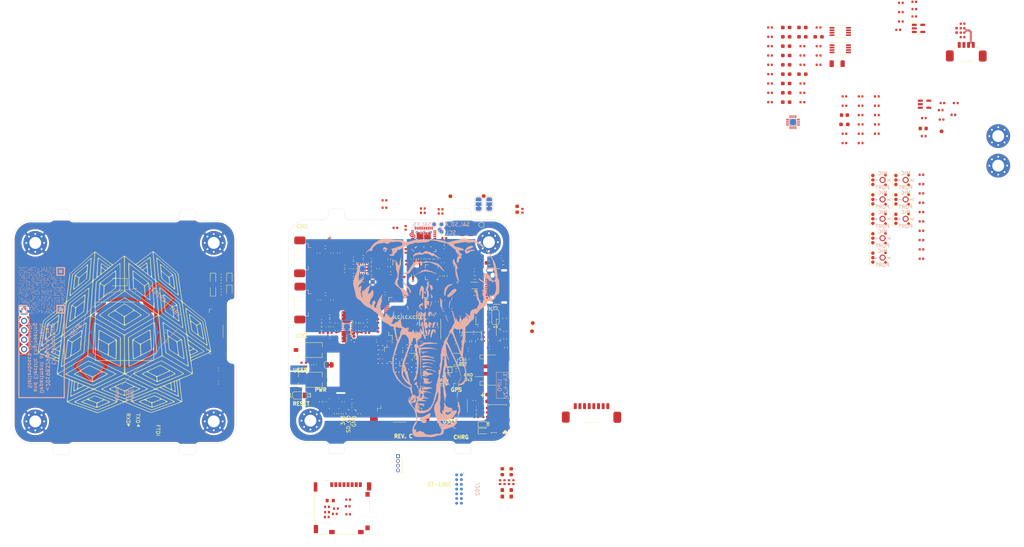
<source format=kicad_pcb>
(kicad_pcb (version 20221018) (generator pcbnew)
  (title_block (title "Kleinvoet") (date "2023-04-12") (rev "${PROJECT_REV}") (company "Department of Electrical and Electronic Engineering - Stellenbosch University") (comment 1 "Digital Signal Processing Laboratory") (comment 2 "Author: CM Geldenhuys <cmgeldenhuys@sun.ac.za>") (comment 3 "Project: Kleinvoet") (comment 4 "License: CERN-OHL-S-2.0"))
  (layers (0 "F.Cu" signal) (1 "In1.Cu" power) (2 "In2.Cu" power) (31 "B.Cu" signal) (34 "B.Paste" user) (35 "F.Paste" user) (36 "B.SilkS" user "B.Silkscreen") (37 "F.SilkS" user "F.Silkscreen") (38 "B.Mask" user) (39 "F.Mask" user) (44 "Edge.Cuts" user))
  (property "PROJECT_REV" "C")
  (net 0 "")
  (net 1 "Earth")
  (net 2 "+3V3")
  (net 3 "VDD")
  (net 4 "+3.3VA")
  (net 5 "/OSC_HSE_IN")
  (net 6 "Net-(BT301-+)")
  (net 7 "/OSC_LSE_OUT")
  (net 8 "Net-(U101-VCAP_1)")
  (net 9 "/OSC_LSE_IN")
  (net 10 "+3.3VADC")
  (net 11 "/ADC_Interface/ADC_1_N")
  (net 12 "/ADC_Interface/ADC_1_P")
  (net 13 "/ADC_Interface/ADC_2_N")
  (net 14 "/ADC_Interface/ADC_2_P")
  (net 15 "Net-(C104-Pad1)")
  (net 16 "/ADC_Interface/ADC_PORT_1_SIG_P")
  (net 17 "/ADC_Interface/ADC_PORT_1_SIG_N")
  (net 18 "/ADC_Interface/ADC_PORT_2_SIG_P")
  (net 19 "/ADC_Interface/ADC_PORT_2_SIG_N")
  (net 20 "VCC")
  (net 21 "VBUS")
  (net 22 "+BATT")
  (net 23 "VAA")
  (net 24 "/~{RST}")
  (net 25 "+3.3V")
  (net 26 "/ADC_Interface/ADC_VDD")
  (net 27 "Net-(C413-Pad2)")
  (net 28 "GNDA")
  (net 29 "/ADC_Interface/ADC_AA_1/FB_N")
  (net 30 "/ADC_Interface/ADC_AA_1/FB_P")
  (net 31 "/ADC_Interface/ADC_AA_1/IN")
  (net 32 "/ADC_Interface/ADC_AA_1/~{IN}")
  (net 33 "/ADC_Interface/ADC_AA_2/FB_N")
  (net 34 "/ADC_Interface/ADC_AA_2/FB_P")
  (net 35 "/Sensor_board/Preamplifier/SIG_P")
  (net 36 "/Sensor_board/Preamplifier/SIG_N")
  (net 37 "/CompassMagnetometer/CHARGE_PUMP")
  (net 38 "Net-(U1501A-IN)")
  (net 39 "/SWCLK")
  (net 40 "/SWDIO")
  (net 41 "/Sensor_board/Buffer/~{OUT}")
  (net 42 "Net-(U1501A-~{IN})")
  (net 43 "/SDIO_D2")
  (net 44 "/SDIO_D3")
  (net 45 "/SDIO_CMD")
  (net 46 "/SDIO_CLK")
  (net 47 "/SDIO_D0")
  (net 48 "/SDIO_D1")
  (net 49 "/Connectors/USB_CONN_D-")
  (net 50 "/Connectors/USB_CONN_D+")
  (net 51 "Net-(U1502A-~{IN})")
  (net 52 "/OSC_HSE_OUT")
  (net 53 "/USB_DP")
  (net 54 "/USB_DN")
  (net 55 "/Sensor_board/Buffer/BIAS_SERVO")
  (net 56 "Net-(U1502B-~{IN})")
  (net 57 "/Sensor_board/Buffer/OFFSET_SERVO")
  (net 58 "/USR_BTN")
  (net 59 "/Power/SYSOFF")
  (net 60 "/GNSS_Module/GPS_RX")
  (net 61 "GND")
  (net 62 "/V_MONITOR")
  (net 63 "/I_CHARGE")
  (net 64 "/VCP_RX")
  (net 65 "Net-(D101-A)")
  (net 66 "/VCP_TX")
  (net 67 "Net-(D102-A)")
  (net 68 "/LED_STATUS_B")
  (net 69 "Net-(D103-A)")
  (net 70 "/LED_STATUS_O")
  (net 71 "/ADC_Interface/VREF")
  (net 72 "+1V8")
  (net 73 "Net-(D104-A)")
  (net 74 "Net-(D302-K)")
  (net 75 "Net-(D303-A)")
  (net 76 "Net-(D304-A)")
  (net 77 "/GNSS_Module/GPS_TX")
  (net 78 "Net-(D305-A)")
  (net 79 "Net-(D901-K)")
  (net 80 "Net-(D902-K)")
  (net 81 "Net-(D1001-K)")
  (net 82 "/GPS_TX")
  (net 83 "/GPS_RX")
  (net 84 "/GPS_SYNC")
  (net 85 "Net-(J301-Pin_7)")
  (net 86 "Net-(J302-Pin_7)")
  (net 87 "/Sensor_board/Sensor_Conn_3/SIG_CONN_P")
  (net 88 "/Sensor_board/Sensor_Conn_3/SIG_CONN_N")
  (net 89 "/ADC_Interface/CLK")
  (net 92 "/SWO")
  (net 95 "/SDIO_CD")
  (net 96 "/CONN_MOSI")
  (net 97 "/CONN_MISO")
  (net 98 "/CONN_SCK")
  (net 99 "/ADC_SAI_BCLK")
  (net 100 "/ADC_SAI_FS")
  (net 101 "/ADC_SAI_SD_B")
  (net 102 "/LORA_~{SS}")
  (net 103 "/LORA_~{RST}")
  (net 104 "/LORA_INT")
  (net 107 "/EPD_~{SS}")
  (net 108 "/EPD_~{CMD}")
  (net 109 "/EPD_~{RST}")
  (net 110 "/EPD_BUSY")
  (net 112 "/ADC_Interface/PLL")
  (net 113 "/ADC_Interface/Sensor_Conn_1/SIG_CONN_P")
  (net 114 "/ADC_Interface/Sensor_Conn_1/SIG_CONN_N")
  (net 115 "/ADC_Interface/Sensor_Conn_2/SIG_CONN_P")
  (net 116 "/ADC_Interface/Sensor_Conn_2/SIG_CONN_N")
  (net 117 "/ADC_Interface/VCM")
  (net 118 "Net-(JP401-C)")
  (net 119 "Net-(JP402-C)")
  (net 120 "/Sensor_board/Buffer/IN3")
  (net 121 "/Sensor_board/Buffer/IN2")
  (net 122 "/Sensor_board/Buffer/IN1")
  (net 123 "/Sensor_board/Buffer/IN0")
  (net 124 "/Sensor_board/Buffer/IN4")
  (net 125 "/Sensor_board/Buffer/IN5")
  (net 126 "/Sensor_board/Buffer/IN6")
  (net 127 "/Sensor_board/Buffer/IN7")
  (net 128 "Net-(R108-Pad2)")
  (net 129 "Net-(R210-Pad2)")
  (net 130 "Net-(U301-~{RESET})")
  (net 131 "/GNSS_Module/TIMEPULSE")
  (net 132 "Net-(X401-Tri-State)")
  (net 133 "Net-(U401-ADDR0{slash}CLATCH)")
  (net 134 "Net-(U401-ADDR1{slash}CIN)")
  (net 135 "/Power/ISET")
  (net 136 "/Power/ILIM")
  (net 137 "Net-(R902-Pad2)")
  (net 138 "/Power/TMR")
  (net 139 "/Power/~{PGOOD}")
  (net 140 "/Power/~{CE}")
  (net 141 "/BATT_~{CHG}")
  (net 142 "/Power/TEMP_SENS")
  (net 143 "Net-(R401-Pad1)")
  (net 144 "/AVCC_EN")
  (net 145 "Net-(U1001-EN)")
  (net 146 "/CompassMagnetometer/~{CS}")
  (net 147 "Net-(U1301-NU)")
  (net 148 "Net-(U1301-~{HOLD})")
  (net 149 "Net-(U1301-~{CS})")
  (net 150 "/Sensor_board/Buffer/SENS_ARRAY")
  (net 151 "/Sensor_board/Buffer/OUT")
  (net 152 "Net-(U1501B-~{IN})")
  (net 153 "Net-(U1501B-IN)")
  (net 154 "/I2C1_SDA")
  (net 155 "/I2C1_SCL")
  (net 156 "/SRAM_SCK")
  (net 157 "/SRAM_MISO")
  (net 158 "/SRAM_MOSI")
  (net 159 "/CHARGE_EN1")
  (net 160 "/CHARGE_EN2")
  (net 161 "/MAG_INT")
  (net 173 "/GNSS_Module/GPS_TX_FILT")
  (net 174 "/GNSS_Module/GPS_RX_FILT")
  (net 175 "/Power/VBUS_CLEAN")
  (net 176 "/Power/VOUT")
  (net 177 "Net-(C1601-Pad1)")
  (net 178 "Net-(C1601-Pad2)")
  (net 179 "/BOOT0")
  (net 180 "/Connectors/USB_CC1")
  (net 181 "/Connectors/USB_CC2")
  (net 182 "/ADC_Interface/SAI_SD1")
  (net 183 "/ADC_Interface/ADC_~{RST}")
  (net 185 "/ADC_Interface/BCLK")
  (net 186 "/ADC_Interface/SDATA")
  (net 187 "/ADC_Interface/FB")
  (net 188 "/Power/V_OVR")
  (net 189 "/ADC_Interface/VREF_BUFF")
  (net 190 "/Power/PWR_SW")
  (net 191 "/ADC_Interface/V_ADC_MOD")
  (net 192 "/Sensor_board/VCC_FILT")
  (net 193 "/Power/DVCC_EN")
  (net 194 "/EnviromentalSensor/I2C_ADDR_SEL")
  (net 195 "/Power/DPWR_SW")
  (net 196 "Net-(U1002-EN)")
  (net 200 "/EnviromentalSensor/I2C_ADDR")
  (net 201 "Net-(D903-K)")
  (net 202 "Net-(D904-K)")
  (net 203 "/ADC_Interface/CLK_12.288")
  (net 204 "/ADC_Interface/ADC_AA_2/IN")
  (net 205 "/ADC_Interface/ADC_AA_2/~{IN}")
  (net 206 "/ADC_Interface/ADC_AA_1/OUT_DRIVER")
  (net 207 "/ADC_Interface/ADC_AA_1/~{OUT_DRIVER}")
  (net 208 "/ADC_Interface/ADC_AA_2/OUT_DRIVER")
  (net 209 "/ADC_Interface/ADC_AA_2/~{OUT_DRIVER}")
  (net 210 "/ADC_Interface/ADC_AA_1/FB")
  (net 211 "/ADC_Interface/ADC_AA_1/~{FB}")
  (net 212 "/ADC_Interface/ADC_AA_2/FB")
  (net 213 "/ADC_Interface/ADC_AA_2/~{FB}")
  (net 214 "Net-(U1701A-IN-)")
  (net 215 "Net-(U1701A-IN+)")
  (net 216 "Net-(U1701A-FB+)")
  (net 217 "Net-(U1701A-FB-)")
  (net 218 "/ADC_Interface/ADC_AA_1/OUT")
  (net 219 "/ADC_Interface/ADC_AA_1/~{OUT}")
  (net 220 "/ADC_Interface/ADC_AA_2/OUT")
  (net 221 "/ADC_Interface/ADC_AA_2/~{OUT}")
  (net 222 "Net-(U1701A-OUT+)")
  (net 223 "Net-(U1701A-OUT-)")
  (footprint "Capacitor_SMD:C_0402_1005Metric" (layer "F.Cu") (at 109.8 41 90)
    (fp_text reference "C502" hide)
    (fp_text value "220p")
  )
  (footprint "Capacitor_SMD:C_0402_1005Metric" (layer "F.Cu") (at 106.2 41 -90)
    (fp_text reference "C501" hide)
    (fp_text value "220p")
  )
  (footprint "Capacitor_SMD:C_0402_1005Metric" (layer "F.Cu") (at 152.2 66.45 180)
    (fp_text reference "C903" hide)
    (fp_text value "10u")
  )
  (footprint "Capacitor_SMD:C_0402_1005Metric" (layer "F.Cu") (at 148.12 45.647 180)
    (fp_text reference "C904" hide)
    (fp_text value "10u")
  )
  (footprint "Resistor_SMD:R_0402_1005Metric" (layer "F.Cu") (at 151 85.05 180)
    (fp_text reference "R905" hide)
    (fp_text value "2.2k")
  )
  (footprint "LED_SMD:LED_0603_1608Metric" (layer "F.Cu") (at 150.6 87.05)
    (fp_text reference "D901" hide)
    (fp_text value "PWR_VBUS")
  )
  (footprint "LED_SMD:LED_0603_1608Metric" (layer "F.Cu") (at 150.6 88.85)
    (fp_text reference "D902" hide)
    (fp_text value "CHG_ORANGE")
  )
  (footprint "Resistor_SMD:R_0402_1005Metric" (layer "F.Cu") (at 148.6 85.05)
    (fp_text reference "R908" hide)
    (fp_text value "2.2k")
  )
  (footprint "grootvoet:ECS-33B" (layer "F.Cu") (at 130 69.65)
    (fp_text reference "Y101" hide)
    (fp_text value "12 MHz")
  )
  (footprint "Button_Switch_SMD:SW_Tactile_SPST_NO_Straight_CK_PTS636Sx25SMTRLFS" (layer "F.Cu") (at 104 75.05 180)
    (fp_text reference "SW101" hide)
    (fp_text value "RESET")
  )
  (footprint "Resistor_SMD:R_0603_1608Metric" (layer "F.Cu") (at 148.183 51.87)
    (fp_text reference "R209" hide)
    (fp_text value "5.1k")
  )
  (footprint "Capacitor_SMD:C_0402_1005Metric" (layer "F.Cu") (at 135.801 49.13)
    (fp_text reference "CB401" hide)
    (fp_text value "100n")
  )
  (footprint "Capacitor_SMD:C_0402_1005Metric" (layer "F.Cu") (at 139.8 53.65 90)
    (fp_text reference "C101" hide)
    (fp_text value "10u")
  )
  (footprint "Capacitor_SMD:C_0402_1005Metric" (layer "F.Cu") (at 121.7625 64.65 180)
    (fp_text reference "C103" hide)
    (fp_text value "10u")
  )
  (footprint "Capacitor_SMD:C_0402_1005Metric" (layer "F.Cu") (at 131.2 66.85 180)
    (fp_text reference "C104" hide)
    (fp_text value "15p")
  )
  (footprint "Capacitor_SMD:C_0402_1005Metric" (layer "F.Cu") (at 123 69.45 90)
    (fp_text reference "C105" hide)
    (fp_text value "4p")
  )
  (footprint "Capacitor_SMD:C_0402_1005Metric" (layer "F.Cu") (at 123 67.05 -90)
    (fp_text reference "C106" hide)
    (fp_text value "4p")
  )
  (footprint "Capacitor_SMD:C_0402_1005Metric" (layer "F.Cu") (at 133.4 46 -90)
    (fp_text reference "C403" hide)
    (fp_text value "10u")
  )
  (footprint "Capacitor_SMD:C_0402_1005Metric" (layer "F.Cu") (at 105.2 71 90)
    (fp_text reference "CB102" hide)
    (fp_text value "100n")
  )
  (footprint "Capacitor_SMD:C_0402_1005Metric" (layer "F.Cu") (at 138 54.05 -90)
    (fp_text reference "CB101" hide)
    (fp_text value "100n")
  )
  (footprint "Capacitor_SMD:C_0402_1005Metric" (layer "F.Cu") (at 122.2 61.65 90)
    (fp_text reference "CB103" hide)
    (fp_text value "100n")
  )
  (footprint "Capacitor_SMD:C_0402_1005Metric" (layer "F.Cu") (at 138 61.05 -90)
    (fp_text reference "CB104" hide)
    (fp_text value "100n")
  )
  (footprint "Capacitor_SMD:C_0402_1005Metric" (layer "F.Cu") (at 124.1026 51.8582 180)
    (fp_text reference "CB105" hide)
    (fp_text value "100n")
  )
  (footprint "Capacitor_SMD:C_0402_1005Metric" (layer "F.Cu") (at 125.2 64.65 -90)
    (fp_text reference "CB106" hide)
    (fp_text value "100n")
  )
  (footprint "Capacitor_SMD:C_0402_1005Metric" (layer "F.Cu") (at 104 70.99 90)
    (fp_text reference "CB107" hide)
    (fp_text value "100n")
  )
  (footprint "Resistor_SMD:R_0603_1608Metric" (layer "F.Cu") (at 148.184 47.552)
    (fp_text reference "R208" hide)
    (fp_text value "5.1k")
  )
  (footprint "grootvoet:ECX-31B" (layer "F.Cu") (at 125 68.25 90)
    (fp_text reference "Y102" hide)
    (fp_text value "32.768 kHz")
  )
  (footprint "MountingHole:MountingHole_3.2mm_M3_Pad_Via" (layer "F.Cu") (at 152 38.05)
    (fp_text reference "H201" hide)
    (fp_text value "MountingHole_Pad" hide)
  )
  (footprint "Resistor_SMD:R_0402_1005Metric" (layer "F.Cu") (at 128.8 66.85 180)
    (fp_text reference "R106" hide)
    (fp_text value "47E")
  )
  (footprint "Resistor_SMD:R_0402_1005Metric" (layer "F.Cu") (at 122.2 59.25 90)
    (fp_text reference "R101" hide)
    (fp_text value "10k")
  )
  (footprint "MountingHole:MountingHole_3.2mm_M3_Pad_Via" (layer "F.Cu") (at 104 86.05)
    (fp_text reference "H202" hide)
    (fp_text value "MountingHole_Pad")
  )
  (footprint "Button_Switch_SMD:SW_Tactile_SPST_NO_Straight_CK_PTS636Sx25SMTRLFS" (layer "F.Cu") (at 104 67.05)
    (fp_text reference "SW102" hide)
    (fp_text value "USER")
  )
  (footprint "Package_TO_SOT_SMD:SOT-23-5" (layer "F.Cu") (at 145.9411 35.1568 180)
    (fp_text reference "U903" hide)
    (fp_text value "LP5907MFX-3.3")
  )
  (footprint "Fuse:Fuse_0603_1608Metric_Pad1.05x0.95mm_HandSolder" (layer "F.Cu") (at 156.2186 58.5272 -90)
    (fp_text reference "F901" hide)
    (fp_text value "400mA")
  )
  (footprint "grootvoet:JST_PH_S2B-PH-SM4-TB_1x02-1MP_P2.00mm_Horizontal" (layer "F.Cu") (at 152.9004 72.45 90)
    (fp_text reference "J201" hide)
    (fp_text value "JST-PH")
  )
  (footprint "Capacitor_SMD:C_0402_1005Metric" (layer "F.Cu") (at 142.4304 35.0767 90)
    (fp_text reference "C910" hide)
    (fp_text value "10u")
  )
  (footprint "TestPoint:TestPoint_Pad_D1.0mm" (layer "F.Cu") (at 163.6 62)
    (fp_text reference "TP902" hide)
    (fp_text value "VIN" hide)
  )
  (footprint "grootvoet:SOT-666_Handsoldering" (layer "F.Cu") (at 148.175 49.7)
    (fp_text reference "U201" hide)
    (fp_text value "USBLC6-2SC6")
  )
  (footprint "LED_SMD:LED_0603_1608Metric" (layer "F.Cu") (at 155.6 99.7875 -90)
    (fp_text reference "D103" hide)
    (fp_text value "BLUE")
  )
  (footprint "Resistor_SMD:R_0402_1005Metric" (layer "F.Cu") (at 155 102.5875 -90)
    (fp_text reference "R105" hide)
    (fp_text value "2.2k")
  )
  (footprint "Capacitor_SMD:C_0402_1005Metric" (layer "F.Cu") (at 129 72.25)
    (fp_text reference "C102" hide)
    (fp_text value "15p")
  )
  (footprint "grootvoet:Front_pattern" (layer "F.Cu") (at 54.057752 62.221245 180)
    (fp_text reference "G***" hide)
    (fp_text value "LOGO" hide)
  )
  (footprint "Package_DFN_QFN:VQFN-16-1EP_3x3mm_P0.5mm_EP1.68x1.68mm_ThermalVias" (layer "F.Cu") (at 118 45.2 -90)
    (fp_text reference "U801" hide)
    (fp_text value "THS4551xRGT")
  )
  (footprint "Package_DFN_QFN:VQFN-16-1EP_3x3mm_P0.5mm_EP1.68x1.68mm_ThermalVias" (layer "F.Cu") (at 113.8 60.8)
    (fp_text reference "U701" hide)
    (fp_text value "THS4551xRGT")
  )
  (footprint "Capacitor_SMD:C_0402_1005Metric" (layer "F.Cu") (at 126.851 34.2 180)
    (fp_text reference "C401" hide)
    (fp_text value "10u")
  )
  (footprint "Capacitor_SMD:C_0402_1005Metric" (layer "F.Cu") (at 126.85 40.4 180)
    (fp_text reference "C402" hide)
    (fp_text value "10u")
  )
  (footprint "Capacitor_SMD:C_0402_1005Metric" (layer "F.Cu") (at 129.601 34.2 90)
    (fp_text reference "C405" hide)
    (fp_text value "100n")
  )
  (footprint "Capacitor_SMD:C_0402_1005Metric" (layer "F.Cu") (at 129.6 40.4 -90)
    (fp_text reference "C406" hide)
    (fp_text value "100n")
  )
  (footprint "Capacitor_SMD:C_0402_1005Metric" (layer "F.Cu") (at 134.201 42.55 -90)
    (fp_text reference "C407" hide)
    (fp_text value "100n")
  )
  (footprint "Capacitor_SMD:C_0402_1005Metric" (layer "F.Cu") (at 129.801 43.55 -90)
    (fp_text reference "C409" hide)
    (fp_text value "10u")
  )
  (footprint "Capacitor_SMD:C_0402_1005Metric" (layer "F.Cu") (at 131.4 42.55 -90)
    (fp_text reference "C410" hide)
    (fp_text value "100n")
  )
  (footprint "Capacitor_SMD:C_0402_1005Metric" (layer "F.Cu") (at 139.601 43.55 -90)
    (fp_text reference "C411" hide)
    (fp_text value "10u")
  )
  (footprint "Capacitor_SMD:C_0402_1005Metric" (layer "F.Cu") (at 137.8 42.6 -90)
    (fp_text reference "C412" hide)
    (fp_text value "100n")
  )
  (footprint "Capacitor_SMD:C_0402_1005Metric" (layer "F.Cu") (at 131.601 44.75 -90)
    (fp_text reference "C413" hide)
    (fp_text value "5.6n")
  )
  (footprint "Capacitor_SMD:C_0402_1005Metric" (layer "F.Cu") (at 132.801 42.55 -90)
    (fp_text reference "C414" hide)
    (fp_text value "390p")
  )
  (footprint "Capacitor_SMD:C_0402_1005Metric" (layer "F.Cu") (at 107 62.4 180)
    (fp_text reference "C701" hide)
    (fp_text value "220p")
  )
  (footprint "Capacitor_SMD:C_0402_1005Metric" (layer "F.Cu") (at 107 59.2 180)
    (fp_text reference "C702" hide)
    (fp_text value "220p")
  )
  (footprint "Capacitor_SMD:C_0402_1005Metric" (layer "F.Cu") (at 108.6 60.8 -90)
    (fp_text reference "C703" hide)
    (fp_text value "27n")
  )
  (footprint "Capacitor_SMD:C_0402_1005Metric" (layer "F.Cu") (at 111 61.8 90)
    (fp_text reference "C706" hide)
    (fp_text value "3.9n")
  )
  (footprint "Capacitor_SMD:C_0402_1005Metric" (layer "F.Cu") (at 111 59.8 -90)
    (fp_text reference "C707" hide)
    (fp_text value "3.9n")
  )
  (footprint "Capacitor_SMD:C_0402_1005Metric" (layer "F.Cu") (at 113.8 63.4 180)
    (fp_text reference "C708" hide)
    (fp_text value "100n")
  )
  (footprint "Capacitor_SMD:C_0402_1005Metric" (layer "F.Cu") (at 119.32 62.4 180)
    (fp_text reference "C709" hide)
    (fp_text value "10n")
  )
  (footprint "Capacitor_SMD:C_0402_1005Metric" (layer "F.Cu") (at 118.92 60.8 90)
    (fp_text reference "C710" hide)
    (fp_text value "100n")
  )
  (footprint "Capacitor_SMD:C_0402_1005Metric" (layer "F.Cu") (at 119.32 59.2)
    (fp_text reference "C711" hide)
    (fp_text value "10n")
  )
  (footprint "Capacitor_SMD:C_0402_1005Metric" (layer "F.Cu") (at 115.6 48 180)
    (fp_text reference "C801" hide)
    (fp_text value "220p")
  )
  (footprint "Capacitor_SMD:C_0402_1005Metric" (layer "F.Cu") (at 115.6 42.4 180)
    (fp_text reference "C802" hide)
    (fp_text value "220p")
  )
  (footprint "Capacitor_SMD:C_0402_1005Metric" (layer "F.Cu") (at 114.8 45.2 -90)
    (fp_text reference "C803" hide)
    (fp_text value "27n")
  )
  (footprint "Capacitor_SMD:C_0402_1005Metric" (layer "F.Cu") (at 118.2 47.2 180)
    (fp_text reference "C806" hide)
    (fp_text value "3.9n")
  )
  (footprint "Capacitor_SMD:C_0402_1005Metric" (layer "F.Cu") (at 118.2 43.2 180)
    (fp_text reference "C807" hide)
    (fp_text value "3.9n")
  )
  (footprint "Capacitor_SMD:C_0402_1005Metric" (layer "F.Cu") (at 120.4 45.2 180)
    (fp_text reference "C808" hide)
    (fp_text value "100n")
  )
  (footprint "Capacitor_SMD:C_0402_1005Metric" (layer "F.Cu") (at 120.4 47.55)
    (fp_text reference "C809" hide)
    (fp_text value "10n")
  )
  (footprint "Capacitor_SMD:C_0402_1005Metric" (layer "F.Cu") (at 122.2 45.2 90)
    (fp_text reference "C810" hide)
    (fp_text value "100n")
  )
  (footprint "Capacitor_SMD:C_0402_1005Metric" (layer "F.Cu") (at 120.4 42.8 180)
    (fp_text reference "C811" hide)
    (fp_text value "10n")
  )
  (footprint "LED_SMD:LED_0603_1608Metric_Pad1.05x0.95mm_HandSolder" (layer "F.Cu") (at 155.6 105.5875 90)
    (fp_text reference "D101" hide)
    (fp_text value "GREEN")
  )
  (footprint "LED_SMD:LED_0603_1608Metric_Pad1.05x0.95mm_HandSolder" (layer "F.Cu") (at 158 105.5875 90)
    (fp_text reference "D102" hide)
    (fp_text value "ORANGE")
  )
  (footprint "LED_SMD:LED_0603_1608Metric" (layer "F.Cu") (at 158 99.7875 -90)
    (fp_text reference "D104" hide)
    (fp_text value "ORANGE")
  )
  (footprint "Resistor_SMD:R_0402_1005Metric" (layer "F.Cu") (at 156.2 102.5875 -90)
    (fp_text reference "R102" hide)
    (fp_text value "2.2k")
  )
  (footprint "Resistor_SMD:R_0402_1005Metric" (layer "F.Cu") (at 157.4 102.5875 -90)
    (fp_text reference "R103" hide)
    (fp_text value "2.2k")
  )
  (footprint "Resistor_SMD:R_0402_1005Metric" (layer "F.Cu") (at 158.6 102.5875 -90)
    (fp_text reference "R107" hide)
    (fp_text value "2.2k")
  )
  (footprint "Resistor_SMD:R_0402_1005Metric" (layer "F.Cu") (at 139.201 47.15 -90)
    (fp_text reference "R404" hide)
    (fp_text value "100k")
  )
  (footprint "Resistor_SMD:R_0402_1005Metric" (layer "F.Cu") (at 139 30.343 180)
    (fp_text reference "R407" hide)
    (fp_text value "100k")
  )
  (footprint "Resistor_SMD:R_0402_1005Metric" (layer "F.Cu") (at 139 29.2)
    (fp_text reference "R408" hide)
    (fp_text value "100k")
  )
  (footprint "Resistor_SMD:R_0402_1005Metric" (layer "F.Cu") (at 131.6 47 -90)
    (fp_text reference "R414" hide)
    (fp_text value "1k")
  )
  (footprint "Resistor_SMD:R_0402_1005Metric" (layer "F.Cu") (at 107 61.336666 180)
    (fp_text reference "R701" hide)
    (fp_text value "310E")
  )
  (footprint "Resistor_SMD:R_0402_1005Metric" (layer "F.Cu") (at 107 60.263333 180)
    (fp_text reference "R702" hide)
    (fp_text value "310E")
  )
  (footprint "Resistor_SMD:R_0402_1005Metric" (layer "F.Cu") (at 109.2 62.4 180)
    (fp_text reference "R703" hide)
    (fp_text value "330E")
  )
  (footprint "Resistor_SMD:R_0402_1005Metric" (layer "F.Cu") (at 109.2 59.2 180)
    (fp_text reference "R704" hide)
    (fp_text value "330E")
  )
  (footprint "Resistor_SMD:R_0402_1005Metric" (layer "F.Cu") (at 109.2 63.6 180)
    (fp_text reference "R705" hide)
    (fp_text value "360E")
  )
  (footprint "Resistor_SMD:R_0402_1005Metric" (layer "F.Cu") (at 109.2 58 180)
    (fp_text reference "R706" hide)
    (fp_text value "360E")
  )
  (footprint "Resistor_SMD:R_0402_1005Metric" (layer "F.Cu") (at 117.8 61.8 -90)
    (fp_text reference "R709" hide)
    (fp_text value "47E")
  )
  (footprint "Resistor_SMD:R_0402_1005Metric" (layer "F.Cu") (at 117.8 59.8 90)
    (fp_text reference "R710" hide)
    (fp_text value "47E")
  )
  (footprint "Resistor_SMD:R_0402_1005Metric" (layer "F.Cu") (at 113.2 45.8 180)
    (fp_text reference "R801" hide)
    (fp_text value "310E")
  )
  (footprint "Resistor_SMD:R_0402_1005Metric" (layer "F.Cu") (at 113.2 44.6 180)
    (fp_text reference "R802" hide)
    (fp_text value "310E")
  )
  (footprint "Resistor_SMD:R_0402_1005Metric" (layer "F.Cu") (at 115.6 46.8 180)
    (fp_text reference "R803" hide)
    (fp_text value "330E")
  )
  (footprint "Resistor_SMD:R_0402_1005Metric" (layer "F.Cu") (at 115.6 43.6 180)
    (fp_text reference "R804" hide)
    (fp_text value "330E")
  )
  (footprint "Resistor_SMD:R_0402_1005Metric" (layer "F.Cu") (at 118.2 48.4 180)
    (fp_text reference "R805" hide)
    (fp_text value "360E")
  )
  (footprint "Resistor_SMD:R_0402_1005Metric" (layer "F.Cu") (at 118.2 42 180)
    (fp_text reference "R806" hide)
    (fp_text value "360E")
  )
  (footprint "Resistor_SMD:R_0402_1005Metric" (layer "F.Cu") (at 120.4 46.35 180)
    (fp_text reference "R809" hide)
    (fp_text value "47E")
  )
  (footprint "Resistor_SMD:R_0402_1005Metric" (layer "F.Cu") (at 120.4 44 180)
    (fp_text reference "R810" hide)
    (fp_text value "47E")
  )
  (footprint "TestPoint:TestPoint_Pad_D1.0mm" (layer "F.Cu") (at 141.643 25.708)
    (fp_text reference "TP405" hide)
    (fp_text value "SD2" hide)
  )
  (footprint "grootvoet:ECS-TXO-3225MV" (layer "F.Cu") (at 136.601 46.15 -90)
    (fp_text reference "X401" hide)
    (fp_text value "12.288MHz")
  )
  (footprint "Capacitor_SMD:C_0402_1005Metric" (layer "F.Cu") (at 140 39.4)
    (fp_text reference "C408" hide)
    (fp_text value "100n")
  )
  (footprint "Package_QFP:LQFP-64_10x10mm_P0.5mm" (layer "F.Cu") (at 130.1876 58.0422 90)
    (fp_text reference "U101" hide)
    (fp_text value "STM32F446RETx")
  )
  (footprint "Resistor_SMD:R_0402_1005Metric" (layer "F.Cu") (at 108.3952 111.9672)
    (fp_text reference "R205" hide)
    (fp_text value "10k")
  )
  (footprint "grootvoet:LFCSP-WQ-40-1EP_6x6mm_P0.5_CP-40-14" (layer "F.Cu") (at 134.465 37.3 90)
    (fp_text reference "U401" hide)
    (fp_text value "ADAU1978")
  )
  (footprint "grootvoet:USB_C_Recepetacle_JAE_DX07S016JA1" (layer "F.Cu") (at 153 49.95 90)
    (fp_text reference "J206" hide)
    (fp_text value "USB_C_Receptacle_USB2.0")
  )
  (footprint "Connector_PinHeader_2.54mm:PinHeader_1x05_P2.54mm_Vertical" (layer "F.Cu") (at 27 56.675)
    (fp_text reference "J303" hide)
    (fp_text value "GNSS_FTDI_CONN")
  )
  (footprint "MountingHole:MountingHole_3.2mm_M3_Pad_Via" (layer "F.Cu") (at 78 38.25 180)
    (fp_text reference "H301" hide)
    (fp_text value "MountingHole_Pad")
  )
  (footprint "MountingHole:MountingHole_3.2mm_M3_Pad_Via" (layer "F.Cu") (at 78 86.25 180)
    (fp_text reference "H303" hide)
    (fp_text value "MountingHole_Pad")
  )
  (footprint "MountingHole:MountingHole_3.2mm_M3_Pad_Via" (layer "F.Cu") (at 30 86.25 180)
    (fp_text reference "H304" hide)
    (fp_text value "MountingHole_Pad")
  )
  (footprint "MountingHole:MountingHole_3.2mm_M3_Pad_Via" (layer "F.Cu") (at 30 38.25 180)
    (fp_text reference "H302" hide)
    (fp_text value "MountingHole_Pad")
  )
  (footprint "LED_SMD:LED_0603_1608Metric" (layer "F.Cu") (at 77.8 47.8625 -90)
    (fp_text reference "D304" hide)
    (fp_text value "GREEN")
  )
  (footprint "Capacitor_SMD:C_0402_1005Metric" (layer "F.Cu") (at 53.1375 51.3 180)
    (fp_text reference "C305" hide)
    (fp_text value "1u")
  )
  (footprint "Resistor_SMD:R_0402_1005Metric" (layer "F.Cu") (at 80 50.275 180)
    (fp_text reference "R305" hide)
    (fp_text value "2.2k")
  )
  (footprint "Capacitor_SMD:C_0402_1005Metric" (layer "F.Cu") (at 56.9375 51.05)
    (fp_text reference "C303" hide)
    (fp_text value "10u")
  )
  (footprint "LED_SMD:LED_0603_1608Metric" (layer "F.Cu") (at 77.8 51.0625 90)
    (fp_text reference "D305" hide)
    (fp_text value "ORANGE")
  )
  (footprint "Capacitor_SMD:C_0402_1005Metric" (layer "F.Cu") (at 65.01 64.9525 -90)
    (fp_text reference "C304" hide)
    (fp_text value "10u")
  )
  (footprint "Resistor_SMD:R_0402_1005Metric" (layer "F.Cu") (at 80 48.65 180)
    (fp_text reference "R304" hide)
    (fp_text value "2.2k")
  )
  (footprint "grootvoet:Connector_Amphenol_10114828-xxx04LF_Vertical" (layer "F.Cu") (at 99.75 54.425 -90)
    (fp_text reference "J601" hide)
    (fp_text value "Conn_01x04" hide)
  )
  (footprint "Capacitor_SMD:C_0402_1005Metric" (layer "F.Cu") (at 116 45.2 -90)
    (fp_text reference "C804" hide)
    (fp_text value "DNP")
  )
  (footprint "Capacitor_SMD:C_0402_1005Metric" (layer "F.Cu") (at 227.6075 -9.645)
    (fp_text reference "C1506" hide)
    (fp_text value "1u")
  )
  (footprint "Capacitor_SMD:C_0402_1005Metric" (layer "F.Cu") (at 268.3275 29.96)
    (fp_text reference "CB1403" hide)
    (fp_text value "100n")
  )
  (footprint "Capacitor_SMD:C_0402_1005Metric" (layer "F.Cu") (at 268.3275 40)
    (fp_text reference "CB1407" hide)
    (fp_text value "100n")
  )
  (footprint "Resistor_SMD:R_0402_1005Metric" (layer "F.Cu") (at 256.3125 6.38)
    (fp_text reference "R1607" hide)
    (fp_text value "14.7E")
  )
  (footprint "Resistor_SMD:R_0402_1005Metric" (layer "F.Cu") (at 256.3125 1.36)
    (fp_text reference "R1605" hide)
    (fp_text value "1k")
  )
  (footprint "TestPoint:TestPoint_Pad_D1.0mm" (layer "F.Cu") (at 150 33.4)
    (fp_text reference "TP904" hide)
    (fp_text value "VIN")
  )
  (footprint "Resistor_SMD:R_0402_1005Metric" (layer "F.Cu") (at 236.3075 -9.645)
    (fp_text reference "R1514" hide)
    (fp_text value "1k")
  )
  (footprint "Resistor_SMD:R_0402_1005Metric" (layer "F.Cu") (at 140 37 180)
    (fp_text reference "R409" hide)
    (fp_text value "14.7E")
  )
  (footprint "Capacitor_SMD:C_0402_1005Metric" (layer "F.Cu") (at 268.3275 32.47)
    (fp_text reference "CB1404" hide)
    (fp_text value "100n")
  )
  (footprint "Resistor_SMD:R_0603_1608Metric" (layer "F.Cu") (at 109.335 107.5476)
    (fp_text reference "R206" hide)
    (fp_text value "470k")
  )
  (footprint "Resistor_SMD:R_0402_1005Metric" (layer "F.Cu") (at 80 51.85 180)
    (fp_text reference "R303" hide)
    (fp_text value "2.2k")
  )
  (footprint "Inductor_SMD:L_0402_1005Metric" (layer "F.Cu") (at 139.285 83.85 180)
    (fp_text reference "FB102" hide)
    (fp_text value "100@100MHz")
  )
  (footprint "Capacitor_SMD:C_0402_1005Metric" (layer "F.Cu") (at 148.6 82.65 180)
    (fp_text reference "CB903" hide)
    (fp_text value "100n")
  )
  (footprint "Resistor_SMD:R_0402_1005Metric" (layer "F.Cu") (at 108.4714 109.2494)
    (fp_text reference "R201" hide)
    (fp_text value "10k")
  )
  (footprint "Resistor_SMD:R_0603_1608Metric_Pad0.98x0.95mm_HandSolder" (layer "F.Cu") (at 240.6575 -17.175)
    (fp_text reference "R1520" hide)
    (fp_text value "1Meg")
  )
  (footprint "Jumper:SolderJumper-3_P1.3mm_Bridged12_RoundedPad1.0x1.5mm_NumberLabels" (layer "F.Cu") (at 101.2 79.25)
    (fp_text reference "JP1401" hide)
    (fp_text value "ADDR0")
  )
  (footprint "Capacitor_SMD:C_0402_1005Metric" (layer "F.Cu") (at 146.4156 66.9576 180)
    (fp_text reference "CB907" hide)
    (fp_text value "100n")
  )
  (footprint "Resistor_SMD:R_0402_1005Metric" (layer "F.Cu") (at 240.6575 -19.685)
    (fp_text reference "R1519" hide)
    (fp_text value "1k")
  )
  (footprint "Package_LGA:Bosch_LGA-8_2.5x2.5mm_P0.65mm_ClockwisePinNumbering" (layer "F.Cu") (at 110.4 81.45 -90)
    (fp_text reference "U1401" hide)
    (fp_text value "BME280")
  )
  (footprint "Resistor_SMD:R_0402_1005Metric" (layer "F.Cu") (at 122.2 55.65 90)
    (fp_text reference "R207" hide)
    (fp_text value "14.7E")
  )
  (footprint "Resistor_SMD:R_0402_1005Metric" (layer "F.Cu") (at 110.859 109.7066 180)
    (fp_text reference "R204" hide)
    (fp_text value "10k")
  )
  (footprint "Capacitor_SMD:C_0402_1005Metric" (layer "F.Cu") (at 247.6125 -1.15)
    (fp_text reference "C1606" hide)
    (fp_text value "220p")
  )
  (footprint "Capacitor_SMD:C_0402_1005Metric" (layer "F.Cu") (at 268.3275 42.51)
    (fp_text reference "CB1408" hide)
    (fp_text value "100n")
  )
  (footprint "Capacitor_SMD:C_0402_1005Metric" (layer "F.Cu") (at 268.3275 24.94)
    (fp_text reference "CB1401" hide)
    (fp_text value "100n")
  )
  (footprint "Resistor_SMD:R_0603_1608Metric_Pad0.98x0.95mm_HandSolder" (layer "F.Cu") (at 247.6125 6.38)
    (fp_text reference "C1602" hide)
    (fp_text value "PH")
  )
  (footprint "Capacitor_SMD:C_0402_1005Metric" (layer "F.Cu") (at 150.9922 83.85)
    (fp_text reference "CB904" hide)
    (fp_text value "100n")
  )
  (footprint "Connector_PinHeader_1.27mm:PinHeader_1x04_P1.27mm_Vertical" (layer "F.Cu") (at 127.546 95.6096)
    (fp_text reference "J203" hide)
    (fp_text value "Serial Interface")
  )
  (footprint "Capacitor_SMD:C_0402_1005Metric" (layer "F.Cu") (at 140.0682 69.5269 90)
    (fp_text reference "C909" hide)
    (fp_text value "10u")
  )
  (footprint "Capacitor_SMD:C_0402_1005Metric" (layer "F.Cu") (at 128.8 47.4)
    (fp_text reference "C404" hide)
    (fp_text value "10u")
  )
  (footprint "Resistor_SMD:R_0402_1005Metric" (layer "F.Cu") (at 125.201 44.66 90)
    (fp_text reference "R402" hide)
    (fp_text value "10k")
  )
  (footprint "Diode_SMD:D_SOD-123" (layer "F.Cu") (at 52.35 48.8 180)
    (fp_text reference "D301" hide)
    (fp_text value "Vf low")
  )
  (footprint "Capacitor_SMD:C_0402_1005Metric" (layer "F.Cu") (at 114.1488 111.2306 180)
    (fp_text reference "C202" hide)
    (fp_text value "10u")
  )
  (footprint "Capacitor_SMD:C_0402_1005Metric" (layer "F.Cu") (at 115.1625 82.2 180)
    (fp_text reference "CB1201" hide)
    (fp_text value "100n")
  )
  (footprint "Resistor_SMD:R_0603_1608Metric" (layer "F.Cu") (at 146.2912 64.7478 90)
    (fp_text reference "R916" hide)
    (fp_text value "470k")
  )
  (footprint "Resistor_SMD:R_0402_1005Metric" (layer "F.Cu") (at 156.4 64.05 -90)
    (fp_text reference "R912" hide)
    (fp_text value "100k")
  )
  (footprint "Resistor_SMD:R_0402_1005Metric" (layer "F.Cu") (at 147.9128 62.3926 180)
    (fp_text reference "R906" hide)
    (fp_text value "100k")
  )
  (footprint "Resistor_SMD:R_0603_1608Metric_Pad0.98x0.95mm_HandSolder" (layer "F.Cu") (at 231.9575 0.395)
    (fp_text reference "R1509" hide)
    (fp_text value "PH")
  )
  (footprint "Capacitor_SMD:C_0402_1005Metric" (layer "F.Cu") (at 227.6075 -2.115)
    (fp_text reference "CB1503" hide)
    (fp_text value "100n")
  )
  (footprint "Resistor_SMD:R_0402_1005Metric" (layer "F.Cu") (at 108.4734 110.6464)
    (fp_text reference "R202" hide)
    (fp_text value "10k")
  )
  (footprint "Capacitor_SMD:C_0402_1005Metric" (layer "F.Cu") (at 117.1625 84.2 -90)
    (fp_text reference "CB1202" hide)
    (fp_text value "100n")
  )
  (footprint "grootvoet:MEMS_Mic_ICS-40300" (layer "F.Cu") (at 257.8685 36.985)
    (fp_text reference "MK1404" hide)
    (fp_text value "MIC_ICS_40300")
  )
  (footprint "Resistor_SMD:R_0603_1608Metric_Pad0.98x0.95mm_HandSolder" (layer "F.Cu") (at 236.3075 -7.135)
    (fp_text reference "R1515" hide)
    (fp_text value "1Meg")
  )
  (footprint "Inductor_SMD:L_0402_1005Metric" (layer "F.Cu") (at 139.2 82.65 180)
    (fp_text reference "FB101" hide)
    (fp_text value "100@100MHz")
  )
  (footprint "grootvoet:ublox_SAM-M8Q" (layer "F.Cu") (at 54 62.015 -90)
    (fp_text reference "U301" hide)
    (fp_text value "SAM-M8Q")
  )
  (footprint "Package_TO_SOT_SMD:Texas_R-PDSO-G5_DCK-5" (layer "F.Cu") (at 127.201 43.55 -90)
    (fp_text reference "U402" hide)
    (fp_text value "TLV333")
  )
  (footprint "Capacitor_SMD:C_0402_1005Metric" (layer "F.Cu") (at 268.3275 34.98)
    (fp_text reference "CB1405" hide)
    (fp_text value "100n")
  )
  (footprint "Capacitor_SMD:C_0402_1005Metric" (layer "F.Cu") (at 109.8 60.8 -90)
    (fp_text reference "C704" hide)
    (fp_text value "DNP")
  )
  (footprint "Capacitor_SMD:C_0402_1005Metric" (layer "F.Cu") (at 108 80.96 -90)
    (fp_text reference "CB1409" hide)
    (fp_text value "100n")
  )
  (footprint "Capacitor_SMD:C_0402_1005Metric" (layer "F.Cu") (at 251.9625 3.87)
    (fp_text reference "CB1602" hide)
    (fp_text value "100n")
  )
  (footprint "Capacitor_SMD:C_0402_1005Metric" (layer "F.Cu") (at 139.8 56.25)
    (fp_text reference "CB1301" hide)
    (fp_text value "100n")
  )
  (footprint "Resistor_SMD:R_0603_1608Metric_Pad0.98x0.95mm_HandSolder" (layer "F.Cu") (at 231.9575 -7.135)
    (fp_text reference "R1506" hide)
    (fp_text value "200")
  )
  (footprint "Capacitor_SMD:C_0402_1005Metric" (layer "F.Cu") (at 262.7929 -26.3212)
    (fp_text reference "C1006" hide)
    (fp_text value "1u")
  )
  (footprint "Inductor_SMD:L_0402_1005Metric" (layer "F.Cu") (at 114.0218 109.0716)
    (fp_text reference "FB201" hide)
    (fp_text value "100@100MHz")
  )
  (footprint "Capacitor_SMD:C_0402_1005Metric_Pad0.74x0.62mm_HandSolder" (layer "F.Cu") (at 115.1625 86.2 180)
    (fp_text reference "C1201" hide)
    (fp_text value "220n")
  )
  (footprint "grootvoet:MEMS_Mic_ICS-40300" (layer "F.Cu") (at 257.8685 26.545)
    (fp_text reference "MK1402" hide)
    (fp_text value "MIC_ICS_40300")
  )
  (footprint "Capacitor_SMD:C_0402_1005Metric" (layer "F.Cu") (at 79.2625 72.25)
    (fp_text reference "C301" hide)
    (fp_text value "1u")
  )
  (footprint "LED_SMD:LED_0603_1608Metric" (layer "F.Cu") (at 140.6125 72.45 180)
    (fp_text reference "D904" hide)
    (fp_text value "PWR_DVCC")
  )
  (footprint "Resistor_SMD:R_0603_1608Metric" (layer "F.Cu") (at 150.6 79.05)
    (fp_text reference "R913" hide)
    (fp_text value "470k")
  )
  (footprint "Resistor_SMD:R_0402_1005Metric" (layer "F.Cu") (at 106.8 80.96 90)
    (fp_text reference "R1403" hide)
    (fp_text value "100k")
  )
  (footprint "Resistor_SMD:R_0402_1005Metric" (layer "F.Cu") (at 135.401 42.55 -90)
    (fp_text reference "R405" hide)
    (fp_text value "14.7E")
  )
  (footprint "grootvoet:MEMS_Mic_ICS-40300" (layer "F.Cu") (at 257.8685 21.325)
    (fp_text reference "MK1401" hide)
    (fp_text value "MIC_ICS_40300")
  )
  (footprint "Inductor_SMD:L_0402_1005Metric" (layer "F.Cu") (at 107.4 41 90)
    (fp_text reference "FB501" hide)
    (fp_text value "1k@100MHz")
  )
  (footprint "Resistor_SMD:R_0603_1608Metric" (layer "F.Cu") (at 150.6 80.864)
    (fp_text reference "R914" hide)
    (fp_text value "470k")
  )
  (footprint "Capacitor_SMD:C_0402_1005Metric" (layer "F.Cu") (at 79.2625 75.85 180)
    (fp_text reference "C302" hide)
    (fp_text value "1u")
  )
  (footprint "Capacitor_SMD:C_0402_1005Metric" (layer "F.Cu") (at 247.6125 11.4)
    (fp_text reference "C1604" hide)
    (fp_text value "2.7n")
  )
  (footprint "Capacitor_SMD:C_0402_1005Metric" (layer "F.Cu") (at 134.4 72.05)
    (fp_text reference "C901" hide)
    (fp_text value "1u")
  )
  (footprint "Resistor_SMD:R_0603_1608Metric_Pad0.98x0.95mm_HandSolder" (layer "F.Cu") (at 231.9575 -9.645)
    (fp_text reference "R1505" hide)
    (fp_text value "200")
  )
  (footprint "Capacitor_SMD:C_0402_1005Metric" (layer "F.Cu") (at 251.9625 -1.15)
    (fp_text reference "C1605" hide)
    (fp_text value "1u")
  )
  (footprint "Inductor_SMD:L_0402_1005Metric" (layer "F.Cu") (at 55.9 72.935 90)
    (fp_text reference "FB302" hide)
    (fp_text value "100@100MHz")
  )
  (footprint "Capacitor_SMD:C_0402_1005Metric" (layer "F.Cu") (at 273.9625 0.635)
    (fp_text reference "C1001" hide)
    (fp_text value "1u")
  )
  (footprint "Resistor_SMD:R_0402_1005Metric" (layer "F.Cu") (at 140 38.2 180)
    (fp_text reference "R411" hide)
    (fp_text value "14.7E")
  )
  (footprint "TestPoint:TestPoint_Pad_D1.0mm" (layer "F.Cu") (at 163.8 59.8)
    (fp_text reference "TP903" hide)
    (fp_text value "VIN")
  )
  (footprint "Resistor_SMD:R_0402_1005Metric" (layer "F.Cu") (at 156.371 62.038 90)
    (fp_text reference "R917" hide)
    (fp_text value "100k")
  )
  (footprint "MountingHole:MountingHole_3.2mm_M3_Pad_Via" (layer "F.Cu") (at 288.975 9.525)
    (fp_text reference "H1001" hide)
    (fp_text value "MountingHole_Pad")
  )
  (footprint "Capacitor_SMD:C_1206_3216Metric" (layer "F.Cu") (at 245.6575 -9.955)
    (fp_text reference "C1503" hide)
    (fp_text value "220u")
  )
  (footprint "Inductor_SMD:L_0402_1005Metric" (layer "F.Cu") (at 134.4 70.25)
    (fp_text reference "FB901" hide)
    (fp_text value "100@100MHz")
  )
  (footprint "Inductor_SMD:L_0402_1005Metric" (layer "F.Cu") (at 108.6 41 90)
    (fp_text reference "FB502" hide)
    (fp_text value "1k@100MHz")
  )
  (footprint "Resistor_SMD:R_0402_1005Metric" (layer "F.Cu") (at 134.2262 30.1618)
    (fp_text reference "R412" hide)
    (fp_text value "10k")
  )
  (footprint "Capacitor_SMD:C_0402_1005Metric" (layer "F.Cu") (at 109.85 53.625 90)
    (fp_text reference "C602" hide)
    (fp_text value "220p")
  )
  (footprint "Capacitor_SMD:C_0402_1005Metric" (layer "F.Cu") (at 266.4029 -24.6212)
    (fp_text reference "CB1003" hide)
    (fp_text value "100n")
  )
  (footprint "grootvoet:MEMS_Mic_ICS-40300" (layer "F.Cu") (at 257.8685 31.765)
    (fp_text reference "MK1403" hide)
    (fp_text value "MIC_ICS_40300")
  )
  (footprint "Resistor_SMD:R_0402_1005Metric" (layer "F.Cu") (at 125.201 42.66 90)
    (fp_text reference "R401" hide)
    (fp_text value "10k")
  )
  (footprint "Capacitor_SMD:C_0402_1005Metric" (layer "F.Cu") (at 146.1388 37.8199 180)
    (fp_text reference "C905" hide)
    (fp_text value "1u")
  )
  (footprint "Capacitor_SMD:C_0402_1005Metric" (layer "F.Cu") (at 247.6125 8.89)
    (fp_text reference "C1603" hide)
    (fp_text value "2.7n")
  )
  (footprint "Resistor_SMD:R_0402_1005Metric" (layer "F.Cu") (at 101.6 70.98 -90)
    (fp_text reference "R108" hide)
    (fp_text value "1k")
  )
  (footprint "Capacitor_SMD:C_0402_1005Metric" (layer "F.Cu") (at 268.9875 4.68)
    (fp_text reference "C1005" hide)
    (fp_text value "10u")
  )
  (footprint "LED_SMD:LED_0603_1608Metric" (layer "F.Cu") (at 268.8025 7.48)
    (fp_text reference "D1001" hide)
    (fp_text value "RED")
  )
  (footprint "Package_DFN_QFN:VQFN-16-1EP_3x3mm_P0.5mm_EP1.68x1.68mm_ThermalVias" (layer "F.Cu") (at 233.77 5.77)
    (fp_text reference "U1701" hide)
    (fp_text value "THS4551xRGT")
  )
  (footprint "Capacitor_SMD:C_0402_1005Metric" (layer "F.Cu") (at 273.5075 2.54)
    (fp_text reference "CB1001" hide)
    (fp_text value "100n")
  )
  (footprint "Resistor_SMD:R_0402_1005Metric" (layer "F.Cu") (at 116.6 61.8 90)
    (fp_text reference "R707" hide)
    (fp_text value "14.7E")
  )
  (footprint "Capacitor_SMD:C_0603_1608Metric" (layer "F.Cu") (at 247.6125 3.87)
    (fp_text reference "C1601" hide)
    (fp_text value "18n")
  )
  (footprint "Resistor_SMD:R_0402_1005Metric" (layer "F.Cu") (at 123.91 26.8)
    (fp_text reference "R807" hide)
    (fp_text value "14.7E")
  )
  (footprint "Inductor_SMD:L_0402_1005Metric" (layer "F.Cu") (at 139.2 79.05)
    (fp_text reference "FB304" hide)
    (fp_text value "100@100MHz")
  )
  (footprint "Resistor_SMD:R_0402_1005Metric" (layer "F.Cu") (at 251.9625 8.89)
    (fp_text reference "R1602" hide)
    (fp_text value "270")
  )
  (footprint "Resistor_SMD:R_0402_1005Metric" (layer "F.Cu") (at 151.799 57.056 90)
    (fp_text reference "R903" hide)
    (fp_text value "1k")
  )
  (footprint "Capacitor_SMD:C_0402_1005Metric" (layer "F.Cu") (at 279.375001 -20.7 180)
    (fp_text reference "C1102" hide)
    (fp_text value "220p")
  )
  (footprint "Capacitor_SMD:C_0402_1005Metric" (layer "F.Cu") (at 227.6075 0.395)
    (fp_text reference "CB1504" hide)
    (fp_text value "100n")
  )
  (footprint "grootvoet:OPA1662AIDGK" (layer "F.Cu") (at 246.488799 -18.6116)
    (fp_text reference "U1501" hide)
    (fp_text value "OPA1662AIDGKRQ1" hide)
  )
  (footprint "Capacitor_SMD:C_0402_1005Metric" (layer "F.Cu") (at 133.8 65.65)
    (fp_text reference "CB902" hide)
    (fp_text value "10n")
  )
  (footprint "Resistor_SMD:R_0402_1005Metric" (layer "F.Cu") (at 134.2262 29)
    (fp_text reference "R410" hide)
    (fp_text value "10k")
  )
  (footprint "Jumper:SolderJumper-3_P1.3mm_Bridged12_RoundedPad1.0x1.5mm_NumberLabels" (layer "F.Cu") (at 153.7802 58.2224 90)
    (fp_text reference "JP901" hide)
    (fp_text value "BATT_CHG_OVERRIDE")
  )
  (footprint "Resistor_SMD:R_0603_1608Metric_Pad0.98x0.95mm_HandSolder" (layer "F.Cu") (at 236.3075 -17.175)
    (fp_text reference "R1511" hide)
    (fp_text value "0")
  )
  (footprint "Package_TO_SOT_SMD:SOT-23-5" (layer "F.Cu") (at 269.1575 0.95)
    (fp_text reference "U1001" hide)
    (fp_text value "LP5907MFX-1.8")
  )
  (footprint "grootvoet:MEMS_Mic_ICS-40300" (layer "F.Cu") (at 257.8685 42.205)
    (fp_text reference "MK1405" hide)
    (fp_text value "MIC_ICS_40300")
  )
  (footprint "Capacitor_SMD:C_0402_1005Metric" (layer "F.Cu") (at 279.375001 -17.1)
    (fp_text reference "C1101" hide)
    (fp_text value "220p")
  )
  (footprint "Resistor_SMD:R_0402_1005Metric" (layer "F.Cu") (at 256.3125 3.87)
    (fp_text reference "R1606" hide)
    (fp_text value "1k")
  )
  (footprint "Resistor_SMD:R_0402_1005Metric_Pad0.72x0.64mm_HandSolder" (layer "F.Cu") (at 108 39.4)
    (fp_text reference "R501" hide)
    (fp_text value "OPEN")
  )
  (footprint "Inductor_SMD:L_0402_1005Metric" (layer "F.Cu") (at 79.2625 74.05)
    (fp_text reference "FB301" hide)
    (fp_text value "100@100MHz")
  )
  (footprint "Resistor_SMD:R_0402_1005Metric" (layer "F.Cu") (at 123.91 28.79)
    (fp_text reference "R808" hide)
    (fp_text value "14.7E")
  )
  (footprint "Capacitor_SMD:C_0402_1005Metric" (layer "F.Cu") (at 227.6075 -14.665)
    (fp_text reference "C1504" hide)
    (fp_text value "1u")
  )
  (footprint "Package_TO_SOT_SMD:SOT-23-5" (layer "F.Cu") (at 267.5429 -19.4412)
    (fp_text reference "U1002" hide)
    (fp_text value "LP5907MFX-3.3")
  )
  (footprint "Resistor_SMD:R_0402_1005Metric" (layer "F.Cu") (at 240.6575 -9.645)
    (fp_text reference "R1523" hide)
    (fp_text value "100k")
  )
  (footprint "Resistor_SMD:R_0402_1005Metric" (layer "F.Cu") (at 113.1625 84.2 -90)
    (fp_text reference "R1201" hide)
    (fp_text value "10k")
  )
  (footprint "Capacitor_SMD:C_0402_1005Metric" (layer "F.Cu") (at 113.8 64.4)
    (fp_text reference "C712" hide)
    (fp_text value "1u")
  )
  (footprint "Resistor_SMD:R_0603_1608Metric_Pad0.98x0.95mm_HandSolder" (layer "F.Cu") (at 231.9575 -12.155)
    (fp_text reference "R1504" hide)
    (fp_text value "200")
  )
  (footprint "TestPoint:TestPoint_Pad_D1.0mm" (layer "F.Cu") (at 150.6 25.65)
    (fp_text reference "TP401" hide)
    (fp_text value "BCLK")
  )
  (footprint "Resistor_SMD:R_0603_1608Metric_Pad0.98x0.95mm_HandSolder" (layer "F.Cu") (at 231.9575 -2.115)
    (fp_text reference "R1508" hide)
    (fp_text value "200")
  )
  (footprint "Inductor_SMD:L_0402_1005Metric" (layer "F.Cu") (at 148.2216 43.6912 180)
    (fp_text reference "FB903" hide)
    (fp_text value "100@100MHz")
  )
  (footprint "Resistor_SMD:R_0402_1005Metric" (layer "F.Cu") (at 110.7625 84.2 90)
    (fp_text reference "R1203" hide)
    (fp_text value "10k")
  )
  (footprint "Capacitor_SMD:C_0402_1005Metric" (layer "F.Cu") (at 262.7929 -21.3012)
    (fp_text reference "C1008" hide)
    (fp_text value "1u")
  )
  (footprint "Capacitor_SMD:C_0402_1005Metric" (layer "F.Cu") (at 227.6075 -4.625)
    (fp_text reference "CB1502" hide)
    (fp_text value "100n")
  )
  (footprint "Resistor_SMD:R_0603_1608Metric" (layer "F.Cu") (at 155.804 43.615 180)
    (fp_text reference "R210" hide)
    (fp_text value "470k")
  )
  (footprint "Resistor_SMD:R_0402_1005Metric" (layer "F.Cu") (at 148.6 83.85)
    (fp_text reference "R910" hide)
    (fp_text value "100k")
  )
  (footprint "Resistor_SMD:R_0402_1005Metric" (layer "F.Cu") (at 236.3075 0.395)
    (fp_text reference "R1518" hide)
    (fp_text value "1k")
  )
  (footprint "Resistor_SMD:R_0402_1005Metric" (layer "F.Cu") (at 161 29.6 -90)
    (fp_text reference "R918" hide)
    (fp_text value "2.2k")
  )
  (footprint "Capacitor_SMD:C_0402_1005Metric" (layer "F.Cu") (at 227.6075 -17.175)
    (fp_text reference "C1502" hide)
    (fp_text value "1n")
  )
  (footprint "Resistor_SMD:R_0402_1005Metric" (layer "F.Cu") (at 65.01 62.015 180)
    (fp_text reference "R301" hide)
    (fp_text value "100k")
  )
  (footprint "Resistor_SMD:R_0402_1005Metric" (layer "F.Cu") (at 116.6 59.8 -90)
    (fp_text reference "R708" hide)
    (fp_text value "14.7E")
  )
  (footprint "Resistor_SMD:R_0603_1608Metric_Pad0.98x0.95mm_HandSolder" (layer "F.Cu") (at 231.9575 -14.665)
    (fp_text reference "R1503" hide)
    (fp_text value "200")
  )
  (footprint "Capacitor_SMD:C_0402_1005Metric" (layer "F.Cu") (at 134.4 68.45)
    (fp_text reference "C902" hide)
    (fp_text value "1u")
  )
  (footprint "Resistor_SMD:R_0402_1005Metric" (layer "F.Cu") (at 236.3075 -14.665)
    (fp_text reference "R1512" hide)
    (fp_text value "1k")
  )
  (footprint "Inductor_SMD:L_0402_1005Metric" (layer "F.Cu") (at 43.115 60.115 180)
    (fp_text reference "FB305" hide)
    (fp_text value "100@100MHz")
  )
  (footprint "Capacitor_SMD:C_0402_1005Metric" (layer "F.Cu") (at 268.3275 19.92)
    (fp_text reference "C1401" hide)
    (fp_text value "1u")
  )
  (footprint "grootvoet:Connector_Amphenol_10114828-xxx08LF_Vertical" (layer "F.Cu") (at 80.5 62.025 90)
    (fp_text reference "J302" hide)
    (fp_text value "GPS_Conn")
  )
  (footprint "Resistor_SMD:R_0402_1005Metric" (layer "F.Cu") (at 151.799 59.5452 90)
    (fp_text reference "R902" hide)
    (fp_text value "310E")
  )
  (footprint "Resistor_SMD:R_0402_1005Metric" (layer "F.Cu") (at 251.9625 6.38)
    (fp_text reference "R1601" hide)
    (fp_text value "270")
  )
  (footprint "LED_SMD:LED_0603_1608Metric" (layer "F.Cu") (at 82.2 47.8625 -90)
    (fp_text reference "D302" hide)
    (fp_text value "PWR_RED")
  )
  (footprint "Jumper:SolderJumper-2_P1.3mm_Bridged_RoundedPad1.0x1.5mm" (layer "F.Cu") (at 109.1 71.05)
    (fp_text reference "JP101" hide)
    (fp_text value "Boot_sel")
  )
  (footprint "Resistor_SMD:R_0402_1005Metric" (layer "F.Cu") (at 140.2 65.05)
    (fp_text reference "R1303" hide)
    (fp_text value "100k")
  )
  (footprint "LED_SMD:LED_0603_1608Metric" (layer "F.Cu") (at 82.2 51.0625 -90)
    (fp_text reference "D303" hide)
    (fp_text value "BLUE")
  )
  (footprint "Resistor_SMD:R_0402_1005Metric" (layer "F.Cu") (at 268.9325 9.525)
    (fp_text reference "R1002" hide)
    (fp_text value "2.2k")
  )
  (footprint "grootvoet:SW_DP3T_Nidec-Cobal_CL-SB-23A" (layer "F.Cu") (at 155.4 83.85 90)
    (fp_text reference "SW901" hide)
    (fp_text value "DP3T")
  )
  (footprint "Resistor_SMD:R_0402_1005Metric" (layer "F.Cu") (at 236.3075 -2.115)
    (fp_text reference "R1517" hide)
    (fp_text value "1k")
  )
  (footprint "Resistor_SMD:R_0603_1608Metric" (layer "F.Cu") (at 152.12 43.615)
    (fp_text reference "R211" hide)
    (fp_text value "470k")
  )
  (footprint "Resistor_SMD:R_0402_1005Metric" (layer "F.Cu") (at 156.502 66.3988 -90)
    (fp_text reference "R907" hide)
    (fp_text value "100k")
  )
  (footprint "Inductor_SMD:L_0402_1005Metric" (layer "F.Cu") (at 279.375001 -19.5 180)
    (fp_text reference "FB1102" hide)
    (fp_text value "1k@100MHz")
  )
  (footprint "Resistor_SMD:R_0603_1608Metric_Pad0.98x0.95mm_HandSolder" (layer "F.Cu") (at 236.3075 -19.685)
    (fp_text reference "R1510" hide)
    (fp_text value "PH")
  )
  (footprint "Resistor_SMD:R_0402_1005Metric" (layer "F.Cu") (at 240.6575 -12.155)
    (fp_text reference "R1522" hide)
    (fp_text value "100k")
  )
  (footprint "Capacitor_SMD:C_0402_1005Metric" (layer "F.Cu") (at 111.6 41 90)
    (fp_text reference "C805" hide)
    (fp_text value "1u")
  )
  (footprint "Capacitor_SMD:C_0402_1005Metric" (layer "F.Cu") (at 262.7929 -23.8112)
    (fp_text reference "C1007" hide)
    (fp_text value "1u")
  )
  (footprint "MountingHole:MountingHole_3.2mm_M3_Pad_Via" (layer "F.Cu") (at 288.975 17.475)
    (fp_text reference "H1002" hide)
    (fp_text value "MountingHole_Pad")
  )
  (footprint "Inductor_SMD:L_0402_1005Metric" (layer "F.Cu") (at 54 72.935 90)
    (fp_text reference "FB303" hide)
    (fp_text value "100@100MHz")
  )
  (footprint "Resistor_SMD:R_0402_1005Metric" (layer "F.Cu") (at 143 65.05 180)
    (fp_text reference "R1301" hide)
    (fp_text value "100k")
  )
  (footprint "Capacitor_SMD:C_0402_1005Metric" (layer "F.Cu") (at 112.8 80.96 90)
    (fp_text reference "CB1410" hide)
    (fp_text value "100n")
  )
  (footprint "Capacitor_SMD:C_0402_1005Metric" (layer "F.Cu") (at 273.735 5.08)
    (fp_text reference "C1003" hide)
    (fp_text value "1u")
  )
  (footprint "Resistor_SMD:R_0603_1608Metric_Pad0.98x0.95mm_HandSolder" (layer "F.Cu") (at 231.9575 -4.625)
    (fp_text reference "R1507" hide)
    (fp_text value "200")
  )
  (footprint "Capacitor_SMD:C_0603_1608Metric" (layer "F.Cu") (at 115.1625 80.8 180)
    (fp_text reference "C1202" hide)
    (fp_text value "1u")
  )
  (footprint "Resistor_SMD:R_0402_1005Metric" (layer "F.Cu") (at 150.0718 62.3418 180)
    (fp_text reference "R904" hide)
    (fp_text value "100k")
  )
  (footprint "Capacitor_SMD:C_0402_1005Metric" (layer "F.Cu") (at 106.25 53.625 -90)
    (fp_text reference "C601" hide)
    (fp_text value "220p")
  )
  (footprint "grootvoet:Connector_Amphenol_10114828-xxx08LF_Vertical" (layer "F.Cu") (at 128 86.45)
    (fp_text reference "J205" hide)
    (fp_text value "LORA_Conn")
  )
  (footprint "Capacitor_SMD:C_0402_1005Metric" (layer "F.Cu") (at 148.0946 80.65 90)
    (fp_text reference "CB906" hide)
    (fp_text value "100n")
  )
  (footprint "Capacitor_SMD:C_0402_1005Metric" (layer "F.Cu") (at 227.6075 -19.685)
    (fp_text reference "C1501" hide)
    (fp_text value "1n")
  )
  (footprint "Resistor_SMD:R_0402_1005Metric" (layer "F.Cu") (at 262.0729 -19.0512)
    (fp_text reference "R1003" hide)
    (fp_text value "100k")
  )
  (footprint "grootvoet:MEMS_Mic_ICS-40300" (layer "F.Cu") (at 264.0685 26.545)
    (fp_text reference "MK1407" hide)
    (fp_text value "MIC_ICS_40300")
  )
  (footprint "Resistor_SMD:R_0402_1005Metric" (layer "F.Cu") (at 251.9625 11.4)
    (fp_text reference "R1603" hide)
    (fp_text value "330E")
  )
  (footprint "Resistor_SMD:R_0402_1005Metric" (layer "F.Cu") (at 143.2 72.45 180)
    (fp_text reference "R919" hide)
    (fp_text value "2.2k")
  )
  (footprint "Package_SO:SOIC-8_3.9x4.9mm_P1.27mm" (layer "F.Cu") (at 141.6 60.65 90)
    (fp_text reference "U1301" hide)
    (fp_text value "23LC1024-I/SN")
  )
  (footprint "TestPoint:TestPoint_Pad_D1.0mm" (layer "F.Cu") (at 273.735 8.255)
    (fp_text reference "TP1001" hide)
    (fp_text value "TestPoint")
  )
  (footprint "Capacitor_SMD:C_0402_1005Metric" (layer "F.Cu") (at 266.4029 -26.5912)
    (fp_text reference "CB1002" hide)
    (fp_text value "100n")
  )
  (footprint "Capacitor_SMD:C_0402_1005Metric" (layer "F.Cu") (at 114.1488 107.2936)
    (fp_text reference "C201" hide)
    (fp_text value "1u")
  )
  (footprint "Resistor_SMD:R_0402_1005Metric" (layer "F.Cu") (at 80 47.075)
    (fp_text reference "R302" hide)
    (fp_text value "2.2k")
  )
  (footprint "grootvoet:MEMS_Mic_ICS-40300" (layer "F.Cu") (at 264.0685 21.325)
    (fp_text reference "MK1406" hide)
    (fp_text value "MIC_ICS_40300")
  )
  (footprint "Resistor_SMD:R_0402_1005Metric" (layer "F.Cu") (at 236.3075 -4.625)
    (fp_text reference "R1516" hide)
    (fp_text value "100k")
  )
  (footprint "Resistor_SMD:R_0402_1005Metric" (layer "F.Cu") (at 150.5798 64.0944 90)
    (fp_text reference "R909" hide)
    (fp_text value "10k")
  )
  (footprint "grootvoet:Connector_Amphenol_10114828-xxx04LF_Vertical" (layer "F.Cu") (at 280.375 -10.6)
    (fp_text reference "J1101" hide)
    (fp_text value "Conn_01x04" hide)
  )
  (footprint "Resistor_SMD:R_0402_1005Metric" (layer "F.Cu") (at 240.6575 -14.665)
    (fp_text reference "R1521" hide)
    (fp_text value "1k")
  )
  (footprint "Capacitor_SMD:C_0402_1005Metric" (layer "F.Cu") (at 268.3275 37.49)
    (fp_text reference "CB1406" hide)
    (fp_text value "100n")
  )
  (footprint "Resistor_SMD:R_0603_1608Metric_Pad0.98x0.95mm_HandSolder" (layer "F.Cu") (at 231.9575 -17.175)
    (fp_text reference "R1502" hide)
    (fp_text value "200")
  )
  (footprint "Capacitor_SMD:C_0402_1005Metric" (layer "F.Cu") (at 247.6125 1.36)
    (fp_text reference "C1607" hide)
    (fp_text value "220p")
  )
  (footprint "Inductor_SMD:L_0402_1005Metric" (layer "F.Cu") (at 276.91 3.81)
    (fp_text reference "FB1001" hide)
    (fp_text value "100@100MHz")
  )
  (footprint "grootvoet:Connector_Amphenol_10114828-xxx08LF_Vertical" (layer "F.Cu") (at 179.6 86.55)
    (fp_text reference "J207" hide)
    (fp_text value "EPD_Conn")
  )
  (footprint "Capacitor_SMD:C_0402_1005Metric" (layer "F.Cu") (at 117.6 50.6)
    (fp_text reference "C812" hide)
    (fp_text value "1u")
  )
  (footprint "Resistor_SMD:R_0402_1005Metric_Pad0.72x0.64mm_HandSolder" (layer "F.Cu") (at 277.775001 -18.9 90)
    (fp_text reference "R1101" hide)
    (fp_text value "OPEN")
  )
  (footprint "grootvoet:Connector_Amphenol_10114828-xxx04LF_Vertical" (layer "F.Cu") (at 99.7 42 -90)
    (fp_text reference "J501" hide)
    (fp_text value "Conn_01x04" hide)
  )
  (footprint "Resistor_SMD:R_0402_1005Metric" (layer "F.Cu") (at 125.6 46.4 180)
    (fp_text reference "R406" hide)
    (fp_text value "47E")
  )
  (footprint "Capacitor_SMD:C_0402_1005Metric" (layer "F.Cu") (at 227.6075 -7.135)
    (fp_text reference "CB1501" hide)
    (fp_text value "100n")
  )
  (footprint "Capacitor_SMD:C_0402_1005Metric" (layer "F.Cu") (at 115.8 63.9 -90)
    (fp_text reference "C705" hide)
    (fp_text value "1u")
  )
  (footprint "Capacitor_SMD:C_0402_1005Metric" (layer "F.Cu") (at 227.6075 -12.155)
    (fp_text reference "C1505" hide)
    (fp_text value "1u")
  )
  (footprint "Capacitor_SMD:C_0402_1005Metric" (layer "F.Cu") (at 155.2828 42.0656 180)
    (fp_text reference "C203" hide)
    (fp_text value "3.9n")
  )
  (footprint "Resistor_SMD:R_0402_1005Metric" (layer "F.Cu") (at 111.9625 84.2 -90)
    (fp_text reference "R1202" hide)
    (fp_text value "10k")
  )
  (footprint "LED_SMD:LED_0603_1608Metric" (layer "F.Cu") (at 159.6 29.2 90)
    (fp_text reference "D903" hide)
    (fp_text value "PWR_AVCC")
  )
  (footprint "Resistor_SMD:R_0402_1005Metric" (layer "F.Cu") (at 256.3125 -1.15)
    (fp_text reference "R1604" hide)
    (fp_text value "330E")
  )
  (footprint "Capacitor_SMD:C_0402_1005Metric" (layer "F.Cu") (at 268.3275 27.45)
    (fp_text reference "CB1402" hide)
    (fp_text value "100n")
  )
  (footprint "grootvoet:MEMS_Mic_ICS-40300" (layer "F.Cu") (at 264.0685 31.765)
    (fp_text reference "MK1408" hide)
    (fp_text value "MIC_ICS_40300")
  )
  (footprint "grootvoet:OPA1662AIDGK" (layer "F.Cu") (at 246.488799 -13.9548)
    (fp_text reference "U1502" hide)
    (fp_text value "OPA2387" hide)
  )
  (footprint "Resistor_SMD:R_0402_1005Metric" (layer "F.Cu") (at 236.3075 -12.155)
    (fp_text reference "R1513" hide)
    (fp_text value "1k")
  )
  (footprint "Capacitor_SMD:C_0402_1005Metric" (layer "F.Cu") (at 146.342 69.5015 90)
    (fp_text reference "C906" hide)
    (fp_text value "1u")
  )
  (footprint "Resistor_SMD:R_0402_1005Metric" (layer "F.Cu") (at 149.3606 64.1706 -90)
    (fp_text reference "R901" hide)
    (fp_text value "1k")
  )
  (footprint "Capacitor_SMD:C_0402_1005Metric" (layer "F.Cu") (at 266.4029 -22.6512)
    (fp_text reference "CB1004" hide)
    (fp_text value "100n")
  )
  (footprint "Resistor_SMD:R_0603_1608Metric_Pad0.98x0.95mm_HandSolder" (layer "F.Cu") (at 231.9575 -19.685)
    (fp_text reference "R1501" hide)
    (fp_text value "200")
  )
  (footprint "Resistor_SMD:R_0402_1005Metric" (layer "F.Cu") (at 140.401 47.15 -90)
    (fp_text reference "R413" hide)
    (fp_text value "100k")
  )
  (footprint "Resistor_SMD:R_0402_1005Metric" (layer "F.Cu") (at 150.9668 82.65)
    (fp_text reference "R911" hide)
    (fp_text value "100k")
  )
  (footprint "grootvoet:Connector_Amphenol_10114828-xxx08LF_Vertical" (layer "F.Cu") (at 146.2 82.05 90)
    (fp_text reference "J301" hide)
    (fp_text value "GPS_Conn")
  )
  (footprint "Capacitor_SMD:C_0402_1005Metric" (layer "F.Cu") (at 268.3275 22.43)
    (fp_text reference "C1402" hide)
    (fp_text value "1u")
  )
  (footprint "Resistor_SMD:R_0402_1005Metric" (layer "F.Cu") (at 142 56.25 180)
    (fp_text reference "R1302" hide)
    (fp_text value "100k")
  )
  (footprint "Package_DFN_QFN:VQFN-16-1EP_3x3mm_P0.5mm_EP1.6x1.6mm" (layer "F.Cu") (at 153.4945 62.9912 90)
    (fp_text reference "U901" hide)
    (fp_text value "BQ24075")
  )
  (footprint "Capacitor_SMD:C_0402_1005Metric" (layer "F.Cu") (at 149.0558 60.4124 180)
    (fp_text reference "C908" hide)
    (fp_text value "10u")
  )
  (footprint "Resistor_SMD:R_0603_1608Metric" (layer "F.Cu") (at 147.9168 64.697 -90)
    (fp_text reference "R915" hide)
    (fp_text value "470k")
  )
  (footprint "Inductor_SMD:L_0402_1005Metric" (layer "F.Cu") (at 108.65 53.625 90)
    (fp_text reference "FB602" hide)
    (fp_text value "1k@100MHz")
  )
  (footprint "Capacitor_SMD:C_0402_1005Metric" (layer "F.Cu") (at 251.9625 1.36)
    (fp_text reference "CB1601" hide)
    (fp_text value "100n")
  )
  (footprint "Resistor_SMD:R_0402_1005Metric" (layer "F.Cu") (at 136.6 42.6 -90)
    (fp_text reference "R403" hide)
    (fp_text value "2.2k")
  )
  (footprint "Resistor_SMD:R_0402_1005Metric_Pad0.72x0.64mm_HandSolder" (layer "F.Cu") (at 108.05 52.025)
    (fp_text reference "R601" hide)
    (fp_text value "OPEN")
  )
  (footprint "Resistor_SMD:R_0402_1005Metric" (layer "F.Cu") (at 110.5542 111.129 180)
    (fp_text reference "R203" hide)
    (fp_text value "10k")
  )
  (footprint "Package_LGA:LGA-12_2x2mm_P0.5mm" (layer "F.Cu") (at 115.1625 84.2)
    (fp_text reference "U1201" hide)
    (fp_text value "LIS3MDL")
  )
  (footprint "Capacitor_SMD:C_0402_1005Metric" (layer "F.Cu") (at 133.8 66.8862)
    (fp_text reference "CB901" hide)
    (fp_text value "100n")
  )
  (footprint "Resistor_SMD:R_0402_1005Metric" (layer "F.Cu") (at 277.545 0.635)
    (fp_text reference "R1001" hide)
    (fp_text value "100k")
  )
  (footprint "Resistor_SMD:R_0402_1005Metric" (layer "F.Cu") (at 256.3125 8.89)
    (fp_text reference "R1608" hide)
    (fp_text value "14.7E")
  )
  (footprint "Inductor_SMD:L_0402_1005Metric" (layer "F.Cu") (at 279.375001 -18.3 180)
    (fp_text reference "FB1101" hide)
    (fp_text value "1k@100MHz")
  )
  (footprint "grootvoet:microSD_HC_Molex_5031821852" (layer "F.Cu") (at 104.905 102.63)
    (fp_text reference "J204" hide)
    (fp_text value "Micro_SD_Card_Det2")
  )
  (footprint "Resistor_SMD:R_0402_1005Metric" (layer "F.Cu") (at 102.8 70.98 90)
    (fp_text reference "R1" hide)
    (fp_text value "DNP")
  )
  (footprint "Package_TO_SOT_SMD:SOT-23-5" (layer "F.Cu") (at 143.286 69.508 180)
    (fp_text reference "U902" hide)
    (fp_text value "TPS7A0533PDBV")
  )
  (footprint "Inductor_SMD:L_0402_1005Metric" (layer "F.Cu") (at 107.45 53.625 90)
    (fp_text reference "FB601" hide)
    (fp_text value "1k@100MHz")
  )
  (footprint "grootvoet:QR_Code" (layer "B.Cu") (at 31.75 51 90)
    (fp_text reference "G***" hide)
    (fp_text value "LOGO" hide)
  )
  (footprint "grootvoet:Oliver_SolderMask_15x15mm" (layer "B.Cu") (at 68 47.35 90)
    (fp_text reference "G***" hide)
    (fp_text value "LOGO" hide)
  )
  (footprint "grootvoet:Oliver_SilkScreen" (layer "B.Cu") (at 136 63.85 180)
    (fp_text reference "G***" hide)
    (fp_text value "LOGO" hide)
  )
  (footprint "Jumper:SolderJumper-3_P1.3mm_Bridged12_RoundedPad1.0x1.5mm_NumberLabels" (layer "B.Cu") (at 152.086 27.813 90)
    (fp_text reference "JP401" hide)
    (fp_text value "ADDR1" hide)
  )
  (footprint "Jumper:SolderJumper-3_P1.3mm_Bridged12_RoundedPad1.0x1.5mm_NumberLabels" (layer "B.Cu") (at 149.236 27.813 90)
    (fp_text reference "JP402" hide)
    (fp_text value "ADDR0" hide)
  )
  (footprint "TestPoint:TestPoint_Pad_D1.0mm" (layer "B.Cu") (at 137.25 33.25)
    (fp_text reference "TP402" hide)
    (fp_text value "FCLK" hide)
  )
  (footprint "TestPoint:TestPoint_Pad_D1.0mm" (layer "B.Cu") (at 139.25 33.25)
    (fp_text reference "TP403" hide)
    (fp_text value "SD1" hide)
  )
  (footprint "TestPoint:TestPoint_Pad_D1.0mm" (layer "B.Cu") (at 138.8 34.7)
    (fp_text reference "TP406" hide)
    (fp_text value "SDA" hide)
  )
  (footprint "TestPoint:TestPoint_Pad_D1.0mm" (layer "B.Cu") (at 139.25 35.25)
    (fp_text reference "TP407" hide)
    (fp_text value "SCL" hide)
  )
  (footprint "TestPoint:TestPoint_Pad_D1.0mm" (layer "B.Cu") (at 120.75 48.74375 180)
    (fp_text reference "TP404" hide)
    (fp_text value "VCM" hide)
  )
  (footprint "Connector:Tag-Connect_TC2070-IDC-FP_2x07_P1.27mm_Vertical" (layer "B.Cu") (at 143.965 104.45 -90)
    (fp_text reference "J202")
    (fp_text value "TC2070-IDC-FP (DNP)")
  )
  (footprint "grootvoet:BatteryHolder_Keystone_3002_1x2032" (layer "B.Cu") (at 54 62.291244 45)
    (fp_text reference "BT301")
    (fp_text value "COIN_BAT")
  )
  (gr_poly (pts (xy 54.25 80.25) (xy 55.05 80.25) (xy 54.65 80.85)) (stroke (width 0.1)) (fill solid) (layer "B.SilkS"))
  (gr_poly (pts (xy 56.4 80.85) (xy 55.6 80.85) (xy 56 80.25)) (stroke (width 0.1)) (fill solid) (layer "B.SilkS"))
  (gr_poly (pts (xy 51.6 80.25) (xy 52.4 80.25) (xy 52 80.85)) (stroke (width 0.1)) (fill solid) (layer "B.SilkS"))
  (gr_line (start 25.6 57.85) (end 25.6 79.85) (stroke (width 0.3)) (layer "B.SilkS"))
  (gr_line (start 37.8 79.85) (end 25.6 79.85) (stroke (width 0.3)) (layer "B.SilkS"))
  (gr_line (start 37.8 57.85) (end 37.8 79.85) (stroke (width 0.3)) (layer "B.SilkS"))
  (gr_line (start 154 73.05) (end 158 73.05) (stroke (width 0.12)) (layer "B.SilkS"))
  (gr_line (start 154 80.05) (end 154 73.05) (stroke (width 0.12)) (layer "B.SilkS"))
  (gr_line (start 158 80.05) (end 154 80.05) (stroke (width 0.12)) (layer "B.SilkS"))
  (gr_poly (pts (xy 55.5 87) (xy 54.7 87) (xy 55.1 87.6)) (stroke (width 0.1)) (fill solid) (layer "F.SilkS"))
  (gr_poly (pts (xy 141 75.75) (xy 141 74.95) (xy 140.4 75.35)) (stroke (width 0.1)) (fill solid) (layer "F.SilkS"))
  (gr_poly (pts (xy 140.4 75.85) (xy 140.4 76.65) (xy 141 76.25)) (stroke (width 0.1)) (fill solid) (layer "F.SilkS"))
  (gr_line (start 151.75 81.75) (end 156.75 81.75) (stroke (width 0.12)) (layer "F.SilkS"))
  (gr_line (start 150 64.45) (end 150.4 64.45) (stroke (width 0.12)) (layer "F.SilkS"))
  (gr_line (start 154 58.75) (end 154 63.25) (stroke (width 0.12)) (layer "F.SilkS"))
  (gr_line (start 141 73.75) (end 141.25 73.75) (stroke (width 0.12)) (layer "F.SilkS"))
  (gr_poly (pts (xy 57.35 87.6) (xy 58.15 87.6) (xy 57.75 87)) (stroke (width 0.1)) (fill solid) (layer "F.SilkS"))
  (gr_line (start 156.75 81.75) (end 156.75 82) (stroke (width 0.12)) (layer "F.SilkS"))
  (gr_line (start 148.5 60.25) (end 149 60.25) (stroke (width 0.12)) (layer "F.SilkS"))
  (gr_line (start 148.5 58) (end 148.5 60.25) (stroke (width 0.12)) (layer "F.SilkS"))
  (gr_line (start 154.2 89.25) (end 152.6 89.25) (stroke (width 0.12)) (layer "F.SilkS"))
  (gr_line (start 141 72.5) (end 141 73.75) (stroke (width 0.12)) (layer "F.SilkS"))
  (gr_line (start 150 62.5) (end 150 62.25) (stroke (width 0.12)) (layer "F.SilkS"))
  (gr_line (start 144.75 63.25) (end 144.25 63.25) (stroke (width 0.12)) (layer "F.SilkS"))
  (gr_line (start 143.5 69.5) (end 143.5 71) (stroke (width 0.12)) (layer "F.SilkS"))
  (gr_line (start 151.75 82) (end 151.75 81.75) (stroke (width 0.12)) (layer "F.SilkS"))
  (gr_line (start 150 64.45) (end 150 62.5) (stroke (width 0.12)) (layer "F.SilkS"))
  (gr_line (start 144.75 62.25) (end 144.75 63.25) (stroke (width 0.12)) (layer "F.SilkS"))
  (gr_line (start 141 71.5) (end 141 72.5) (stroke (width 0.12)) (layer "F.SilkS"))
  (gr_line (start 141 72.5) (end 141.25 72.5) (stroke (width 0.12)) (layer "F.SilkS"))
  (gr_line (start 143.5 71) (end 143.75 71) (stroke (width 0.12)) (layer "F.SilkS"))
  (gr_line (start 143.5 71.5) (end 141.25 71.5) (stroke (width 0.12)) (layer "F.SilkS"))
  (gr_line (start 143.5 71) (end 143.5 71.5) (stroke (width 0.12)) (layer "F.SilkS"))
  (gr_line (start 150 62.25) (end 144.75 62.25) (stroke (width 0.12)) (layer "F.SilkS"))
  (gr_line (start 154.5 58.75) (end 154 58.75) (stroke (width 0.12)) (layer "F.SilkS"))
  (gr_line (start 143.75 69.5) (end 143.5 69.5) (stroke (width 0.12)) (layer "F.SilkS"))
  (gr_line (start 152.6 89.25) (end 152.6 89.55) (stroke (width 0.12)) (layer "F.SilkS"))
  (gr_line (start 141.25 71.5) (end 141 71.5) (stroke (width 0.12)) (layer "F.SilkS"))
  (gr_arc locked (start 158 87) (mid 156.535534 90.535534) (end 153 92) (stroke (width 0.05)) (layer "Edge.Cuts"))
  (gr_arc locked (start 153 32) (mid 156.535534 33.464466) (end 158 37) (stroke (width 0.05)) (layer "Edge.Cuts"))
  (gr_line locked (start 158 87) (end 158 37) (stroke (width 0.05)) (layer "Edge.Cuts"))
  (gr_line locked (start 153 32) (end 148.5 32) (stroke (width 0.05)) (layer "Edge.Cuts"))
  (gr_arc locked (start 103 92) (mid 99.464466 90.535534) (end 98 87) (stroke (width 0.05)) (layer "Edge.Cuts"))
  (gr_arc locked (start 98 37) (mid 99.464466 33.464466) (end 103 32) (stroke (width 0.05)) (layer "Edge.Cuts"))
  (gr_line locked (start 148.5 92) (end 153 92) (stroke (width 0.05)) (layer "Edge.Cuts"))
  (gr_line locked (start 33.5 32.25) (end 29 32.25) (stroke (width 0.05)) (layer "Edge.Cuts"))
  (gr_line locked (start 24 37.25) (end 24 87.25) (stroke (width 0.05)) (layer "Edge.Cuts"))
  (gr_arc locked (start 84 87.25) (mid 82.535534 90.785534) (end 79 92.25) (stroke (width 0.05)) (layer "Edge.Cuts"))
  (gr_arc locked (start 29 92.25) (mid 25.464466 90.785534) (end 24 87.25) (stroke (width 0.05)) (layer "Edge.Cuts"))
  (gr_arc locked (start 24 37.25) (mid 25.464466 33.714466) (end 29 32.25) (stroke (width 0.05)) (layer "Edge.Cuts"))
  (gr_line locked (start 29 92.25) (end 33.5 92.25) (stroke (width 0.05)) (layer "Edge.Cuts"))
  (gr_arc locked (start 79.000001 32.225063) (mid 82.535534 33.68953) (end 84 37.225063) (stroke (width 0.05)) (layer "Edge.Cuts"))
  (gr_line locked (start 108.75 93) (end 108.75 94) (stroke (width 0.05)) (layer "Edge.Cuts"))
  (gr_line locked (start 113.25 93) (end 113.25 94) (stroke (width 0.05)) (layer "Edge.Cuts"))
  (gr_line locked (start 114.5 92) (end 114.25 92) (stroke (width 0.05)) (layer "Edge.Cuts"))
  (gr_line locked (start 107.75 92) (end 107.5 92) (stroke (width 0.05)) (layer "Edge.Cuts"))
  (gr_line locked (start 74.5 92.25) (end 74.25 92.25) (stroke (width 0.05)) (layer "Edge.Cuts"))
  (gr_arc locked (start 107.75 92) (mid 108.457107 92.292893) (end 108.75 93) (stroke (width 0.05)) (layer "Edge.Cuts"))
  (gr_arc locked (start 113.25 93) (mid 113.542893 92.292893) (end 114.25 92) (stroke (width 0.05)) (layer "Edge.Cuts"))
  (gr_line locked (start 107.5 92) (end 103 92) (stroke (width 0.05)) (layer "Edge.Cuts"))
  (gr_arc locked (start 113.25 94) (mid 112.957107 94.707107) (end 112.25 95) (stroke (width 0.05)) (layer "Edge.Cuts"))
  (gr_arc locked (start 73.25 93.25) (mid 73.542893 92.542893) (end 74.25 92.25) (stroke (width 0.05)) (layer "Edge.Cuts"))
  (gr_arc locked (start 67.75 92.25) (mid 68.457107 92.542893) (end 68.75 93.25) (stroke (width 0.05)) (layer "Edge.Cuts"))
  (gr_arc locked (start 69.75 95.25) (mid 69.042893 94.957107) (end 68.75 94.25) (stroke (width 0.05)) (layer "Edge.Cuts"))
  (gr_line locked (start 72.25 95.25) (end 69.75 95.25) (stroke (width 0.05)) (layer "Edge.Cuts"))
  (gr_arc locked (start 73.25 94.25) (mid 72.957107 94.957107) (end 72.25 95.25) (stroke (width 0.05)) (layer "Edge.Cuts"))
  (gr_line locked (start 68.75 93.25) (end 68.75 94.25) (stroke (width 0.05)) (layer "Edge.Cuts"))
  (gr_line locked (start 73.25 93.25) (end 73.25 94.25) (stroke (width 0.05)) (layer "Edge.Cuts"))
  (gr_line locked (start 141.5 92) (end 114.5 92) (stroke (width 0.05)) (layer "Edge.Cuts"))
  (gr_line locked (start 40.201249 92.25) (end 67.75 92.25) (stroke (width 0.05)) (layer "Edge.Cuts"))
  (gr_line locked (start 74.5 92.25) (end 79 92.25) (stroke (width 0.05)) (layer "Edge.Cuts"))
  (gr_line locked (start 40.5 32.25) (end 67.5 32.25) (stroke (width 0.05)) (layer "Edge.Cuts"))
  (gr_line locked (start 74.5 32.25) (end 79.000001 32.225063) (stroke (width 0.05)) (layer "Edge.Cuts"))
  (gr_line locked (start 141.5 32) (end 114.5 32) (stroke (width 0.05)) (layer "Edge.Cuts"))
  (gr_line locked (start 107.5 32) (end 103 32) (stroke (width 0.05)) (layer "Edge.Cuts"))
  (gr_line locked (start 98 37) (end 98 87) (stroke (width 0.05)) (layer "Edge.Cuts"))
  (gr_line locked (start 84 71.25) (end 84 87.25) (stroke (width 0.05)) (layer "Edge.Cuts"))
  (gr_line locked (start 112.25 95) (end 109.75 95) (stroke (width 0.05)) (layer "Edge.Cuts"))
  (gr_arc locked (start 83 70.25) (mid 82.292894 69.957107) (end 82 69.25) (stroke (width 0.05)) (layer "Edge.Cuts"))
  (gr_arc locked (start 147.25 94) (mid 146.957107 94.707107) (end 146.25 95) (stroke (width 0.05)) (layer "Edge.Cuts"))
  (gr_line locked (start 142.75 31) (end 142.75 30) (stroke (width 0.05)) (layer "Edge.Cuts"))
  (gr_arc locked (start 72.25 29.25) (mid 72.957107 29.542893) (end 73.25 30.25) (stroke (width 0.05)) (layer "Edge.Cuts"))
  (gr_line locked (start 147.25 93) (end 147.25 94) (stroke (width 0.05)) (layer "Edge.Cuts"))
  (gr_arc locked (start 34.75 30.25) (mid 35.042893 29.542893) (end 35.75 29.25) (stroke (width 0.05)) (layer "Edge.Cuts"))
  (gr_line locked (start 141.75 92) (end 141.5 92) (stroke (width 0.05)) (layer "Edge.Cuts"))
  (gr_line locked (start 74.25 32.25) (end 74.5 32.25) (stroke (width 0.05)) (layer "Edge.Cuts"))
  (gr_line locked (start 39.25 93.25) (end 39.25 94.25) (stroke (width 0.05)) (layer "Edge.Cuts"))
  (gr_line locked (start 141.5 32) (end 141.75 32) (stroke (width 0.05)) (layer "Edge.Cuts"))
  (gr_arc locked (start 146.25 29) (mid 146.957107 29.292893) (end 147.25 30) (stroke (width 0.05)) (layer "Edge.Cuts"))
  (gr_arc locked (start 68.75 31.25) (mid 68.457107 31.957107) (end 67.75 32.25) (stroke (width 0.05)) (layer "Edge.Cuts"))
  (gr_line locked (start 34.75 31.25) (end 34.75 30.25) (stroke (width 0.05)) (layer "Edge.Cuts"))
  (gr_line locked (start 35.75 29.25) (end 38.25 29.25) (stroke (width 0.05)) (layer "Edge.Cuts"))
  (gr_line locked (start 33.5 32.25) (end 33.75 32.25) (stroke (width 0.05)) (layer "Edge.Cuts"))
  (gr_arc locked (start 33.75 92.25) (mid 34.457107 92.542893) (end 34.75 93.25) (stroke (width 0.05)) (layer "Edge.Cuts"))
  (gr_line locked (start 33.75 92.25) (end 33.5 92.25) (stroke (width 0.05)) (layer "Edge.Cuts"))
  (gr_arc locked (start 39.25 93.25) (mid 39.518518 92.552991) (end 40.201249 92.25) (stroke (width 0.05)) (layer "Edge.Cuts"))
  (gr_line locked (start 38.25 95.25) (end 35.75 95.25) (stroke (width 0.05)) (layer "Edge.Cuts"))
  (gr_arc locked (start 141.75 92) (mid 142.457107 92.292893) (end 142.75 93) (stroke (width 0.05)) (layer "Edge.Cuts"))
  (gr_arc locked (start 114.25 32) (mid 113.542893 31.707107) (end 113.25 31) (stroke (width 0.05)) (layer "Edge.Cuts"))
  (gr_arc locked (start 112.25 29) (mid 112.957107 29.292893) (end 113.25 30) (stroke (width 0.05)) (layer "Edge.Cuts"))
  (gr_arc locked (start 35.75 95.25) (mid 35.042893 94.957107) (end 34.75 94.25) (stroke (width 0.05)) (layer "Edge.Cuts"))
  (gr_arc locked (start 84 52.85) (mid 83.707107 53.557106) (end 83 53.85) (stroke (width 0.05)) (layer "Edge.Cuts"))
  (gr_arc locked (start 148.25 32) (mid 147.542893 31.707107) (end 147.25 31) (stroke (width 0.05)) (layer "Edge.Cuts"))
  (gr_line locked (start 39.25 31.25) (end 39.25 30.25) (stroke (width 0.05)) (layer "Edge.Cuts"))
  (gr_line locked (start 147.25 31) (end 147.25 30) (stroke (width 0.05)) (layer "Edge.Cuts"))
  (gr_arc locked (start 83 70.25) (mid 83.707106 70.542893) (end 84 71.25) (stroke (width 0.05)) (layer "Edge.Cuts"))
  (gr_line locked (start 67.5 32.25) (end 67.75 32.25) (stroke (width 0.05)) (layer "Edge.Cuts"))
  (gr_line locked (start 40.25 32.25) (end 40.5 32.25) (stroke (width 0.05)) (layer "Edge.Cuts"))
  (gr_arc locked (start 108.75 30) (mid 109.042893 29.292893) (end 109.75 29) (stroke (width 0.05)) (layer "Edge.Cuts"))
  (gr_arc locked (start 82 54.85) (mid 82.292893 54.142894) (end 83 53.85) (stroke (width 0.05)) (layer "Edge.Cuts"))
  (gr_line locked (start 114.25 32) (end 114.5 32) (stroke (width 0.05)) (layer "Edge.Cuts"))
  (gr_line locked (start 113.25 31) (end 113.25 30) (stroke (width 0.05)) (layer "Edge.Cuts"))
  (gr_line locked (start 143.75 29) (end 146.25 29) (stroke (width 0.05)) (layer "Edge.Cuts"))
  (gr_line locked (start 69.75 29.25) (end 72.25 29.25) (stroke (width 0.05)) (layer "Edge.Cuts"))
  (gr_arc locked (start 143.75 95) (mid 143.042893 94.707107) (end 142.75 94) (stroke (width 0.05)) (layer "Edge.Cuts"))
  (gr_line locked (start 107.5 32) (end 107.75 32) (stroke (width 0.05)) (layer "Edge.Cuts"))
  (gr_line locked (start 34.75 93.25) (end 34.75 94.25) (stroke (width 0.05)) (layer "Edge.Cuts"))
  (gr_arc locked (start 40.25 32.25) (mid 39.542893 31.957107) (end 39.25 31.25) (stroke (width 0.05)) (layer "Edge.Cuts"))
  (gr_line locked (start 84 52.85) (end 84 37.225063) (stroke (width 0.05)) (layer "Edge.Cuts"))
  (gr_arc locked (start 108.75 31) (mid 108.457107 31.707107) (end 107.75 32) (stroke (width 0.05)) (layer "Edge.Cuts"))
  (gr_line locked (start 73.25 31.25) (end 73.25 30.25) (stroke (width 0.05)) (layer "Edge.Cuts"))
  (gr_line locked (start 68.75 31.25) (end 68.75 30.25) (stroke (width 0.05)) (layer "Edge.Cuts"))
  (gr_arc locked (start 38.25 29.25) (mid 38.957107 29.542893) (end 39.25 30.25) (stroke (width 0.05)) (layer "Edge.Cuts"))
  (gr_arc locked (start 34.75 31.25) (mid 34.457107 31.957107) (end 33.75 32.25) (stroke (width 0.05)) (layer "Edge.Cuts"))
  (gr_line locked (start 148.5 92) (end 148.25 92) (stroke (width 0.05)) (layer "Edge.Cuts"))
  (gr_arc locked (start 74.25 32.25) (mid 73.542893 31.957107) (end 73.25 31.25) (stroke (width 0.05)) (layer "Edge.Cuts"))
  (gr_arc locked (start 109.75 95) (mid 109.042893 94.707107) (end 108.75 94) (stroke (width 0.05)) (layer "Edge.Cuts"))
  (gr_line locked (start 148.25 32) (end 148.5 32) (stroke (width 0.05)) (layer "Edge.Cuts"))
  (gr_line locked (start 82 54.85) (end 82 69.25) (stroke (width 0.05)) (layer "Edge.Cuts"))
  (gr_line locked (start 109.75 29) (end 112.25 29) (stroke (width 0.05)) (layer "Edge.Cuts"))
  (gr_arc locked (start 142.75 30) (mid 143.042893 29.292893) (end 143.75 29) (stroke (width 0.05)) (layer "Edge.Cuts"))
  (gr_line locked (start 108.75 31) (end 108.75 30) (stroke (width 0.05)) (layer "Edge.Cuts"))
  (gr_arc locked (start 39.25 94.25) (mid 38.957107 94.957107) (end 38.25 95.25) (stroke (width 0.05)) (layer "Edge.Cuts"))
  (gr_arc locked (start 147.25 93) (mid 147.542893 92.292893) (end 148.25 92) (stroke (width 0.05)) (layer "Edge.Cuts"))
  (gr_arc locked (start 142.75 31) (mid 142.457107 31.707107) (end 141.75 32) (stroke (width 0.05)) (layer "Edge.Cuts"))
  (gr_line locked (start 142.75 93) (end 142.75 94) (stroke (width 0.05)) (layer "Edge.Cuts"))
  (gr_arc locked (start 68.75 30.25) (mid 69.042893 29.542893) (end 69.75 29.25) (stroke (width 0.05)) (layer "Edge.Cuts"))
  (gr_line locked (start 146.25 95) (end 143.75 95) (stroke (width 0.05)) (layer "Edge.Cuts"))
  (gr_text "RXD" (at 56 78.85 270) (layer "B.SilkS") (effects (font (size 0.8 0.8)) (justify mirror)))
  (gr_text "TXD" (at 54.8 78.85 270) (layer "B.SilkS") (effects (font (size 0.8 0.8)) (justify mirror)))
  (gr_text "SYNC" (at 52 78.45 270) (layer "B.SilkS") (effects (font (size 0.8 0.8)) (justify mirror)))
  (gr_text "CM Geldenhuys\n<20198329@sun.ac.za>\nDepartment of Electronic\nand Electric Engineering\nStellenbosch University" (at 31.762834 59.63062 270) (layer "B.SilkS") (effects (font (size 1 1)) (justify right mirror)))
  (gr_text "VBAT : CR2032" (at 64.8 53.85 315) (layer "B.SilkS") (effects (font (size 1 1)) (justify mirror)))
  (gr_text "SAI_SD_A" (at 143.5 33.25) (layer "B.SilkS") (effects (font (size 1 1)) (justify mirror)))
  (gr_text "LIPO\n3.4-4.2V" (at 155.7 76.55 90) (layer "B.SilkS") (effects (font (size 1 1)) (justify mirror)))
  (gr_text "SAI_FS" (at 134 33.25) (layer "B.SilkS") (effects (font (size 1 1)) (justify mirror)))
  (gr_text "SDA" (at 134.75 35.5) (layer "B.SilkS") (effects (font (size 1 1)) (justify mirror)))
  (gr_text "SCL" (at 141.75 35.5) (layer "B.SilkS") (effects (font (size 1 1)) (justify mirror)))
  (gr_text "GND" (at 146.5 73.75) (layer "F.SilkS") (effects (font (size 0.8 0.8))))
  (gr_text "3v3" (at 146.5 75) (layer "F.SilkS") (effects (font (size 0.8 0.8))))
  (gr_text "~{RST}" (at 145 71) (layer "F.SilkS") (effects (font (size 0.8 0.8))))
  (gr_text "CAL" (at 145 69.5) (layer "F.SilkS") (effects (font (size 0.8 0.8))))
  (gr_text "RXD" (at 55 85.45 270) (layer "F.SilkS") (effects (font (size 1 1))))
  (gr_text "TXD" (at 57.6 85.45 270) (layer "F.SilkS") (effects (font (size 1 1))))
  (gr_text "FTDI" (at 63 88.65 270) (layer "F.SilkS") (effects (font (size 1 1))))
  (gr_text "PWR" (at 106.75 77.75) (layer "F.SilkS") (effects (font (size 1 1) (thickness 0.25))))
  (gr_text "CH2" (at 101.75 63.25) (layer "F.SilkS") (effects (font (size 1 1) (thickness 0.25))))
  (gr_text "CHRG" (at 144.5 90.5) (layer "F.SilkS") (effects (font (size 1 1) (thickness 0.25))))
  (gr_text "GPS" (at 143.25 77.75) (layer "F.SilkS") (effects (font (size 1 1) (thickness 0.25))))
  (gr_text "8" (at 151.75 87) (layer "F.SilkS") (effects (font (size 1 1))))
  (gr_text "USER" (at 141.5 86.25) (layer "F.SilkS") (effects (font (size 1 1) (thickness 0.25))))
  (gr_text "RESET" (at 101.5 81.5) (layer "F.SilkS") (effects (font (size 1 1) (thickness 0.25))))
  (gr_text "+" (at 150.3 79.15) (layer "F.SilkS") (effects (font (size 1 1) (thickness 0.25))))
  (gr_text "VIN" (at 151.75 56) (layer "F.SilkS") (effects (font (size 1 1))))
  (gr_text "ST-LINK" (at 138.6 103.2) (layer "F.SilkS") (effects (font (size 1 1) (thickness 0.25))))
  (gr_text "3v3" (at 112.75 86 90) (layer "F.SilkS") (effects (font (size 1 1))))
  (gr_text "SD_CD" (at 114.25 87 90) (layer "F.SilkS") (effects (font (size 1 1))))
  (gr_text "REV. ${PROJECT_REV}" (at 129 90.25) (layer "F.SilkS") (effects (font (size 1 1) (thickness 0.25))))
  (gr_text "TX" (at 139.5 76.5) (layer "F.SilkS") (effects (font (size 0.8 0.8))))
  (gr_text "JLCJLCJLCJLC" (at 130.2 58.25) (layer "F.SilkS") (effects (font (size 0.8 0.8))))
  (gr_text "CH1" (at 101.75 33.75) (layer "F.SilkS") (effects (font (size 1 1) (thickness 0.25))))
  (gr_text "RX" (at 139.5 75.25) (layer "F.SilkS") (effects (font (size 0.8 0.8))))
  (gr_text "USER" (at 101.25 72.5) (layer "F.SilkS") (effects (font (size 1 1) (thickness 0.25))))
  (gr_text "GND" (at 115.75 86.25 90) (layer "F.SilkS") (effects (font (size 1 1))))
  (segment (start 128.52 72.25) (end 128.52 70.93) (width 0.44) (layer "F.Cu") (net 5))
  (segment (start 128.4376 63.7172) (end 128.4376 65.007062) (width 0.35) (layer "F.Cu") (net 5))
  (segment (start 127.65 69.4) (end 127.65 65.823338) (width 0.44) (layer "F.Cu") (net 5))
  (segment (start 128.4376 65.007062) (end 127.695 65.749662) (width 0.35) (layer "F.Cu") (net 5))
  (segment (start 128.52 70.93) (end 128.85 70.6) (width 0.44) (layer "F.Cu") (net 5))
  (segment (start 128.85 70.6) (end 127.695 69.445) (width 0.44) (layer "F.Cu") (net 5))
  (segment (start 127.695 69.445) (end 127.65 69.4) (width 0.44) (layer "F.Cu") (net 5))
  (segment (start 127.695 65.749662) (end 127.695 69.445) (width 0.35) (layer "F.Cu") (net 5))
  (segment (start 127.9376 64.764286) (end 126.275 66.426886) (width 0.35) (layer "F.Cu") (net 7))
  (segment (start 127.9376 63.7172) (end 127.9376 64.764286) (width 0.35) (layer "F.Cu") (net 7))
  (segment (start 126.275 66.426886) (end 126.275 68.225) (width 0.35) (layer "F.Cu") (net 7))
  (segment (start 126.275 68.225) (end 125 69.5) (width 0.35) (layer "F.Cu") (net 7))
  (segment (start 127.4376 64.55718) (end 125 66.99478) (width 0.35) (layer "F.Cu") (net 9))
  (segment (start 125 67) (end 125.05 67) (width 0.35) (layer "F.Cu") (net 9))
  (segment (start 125 66.99478) (end 125 67) (width 0.35) (layer "F.Cu") (net 9))
  (segment (start 127.4376 63.7172) (end 127.4376 64.55718) (width 0.35) (layer "F.Cu") (net 9))
  (segment (start 134.201 42.07) (end 133.832249 42.07) (width 0.44) (layer "F.Cu") (net 10))
  (segment (start 134.201 42.07) (end 133.715 41.584) (width 0.44) (layer "F.Cu") (net 10))
  (segment (start 118.85 45.2) (end 119.92 45.2) (width 0.25) (layer "F.Cu") (net 10))
  (segment (start 133.715 41.584) (end 133.715 40.8) (width 0.44) (layer "F.Cu") (net 10))
  (segment (start 133.715 40.8) (end 133.715 40.3) (width 0.25) (layer "F.Cu") (net 10))
  (segment (start 133.4 42.502249) (end 133.4 44.9625) (width 0.44) (layer "F.Cu") (net 10))
  (segment (start 132.801 43.799) (end 132.8 43.8) (width 0.25) (layer "F.Cu") (net 10))
  (segment (start 131.6 47.51) (end 131.6 48.4) (width 0.44) (layer "F.Cu") (net 10))
  (segment (start 132.801 43.03) (end 132.801 43.799) (width 0.25) (layer "F.Cu") (net 10))
  (segment (start 133.832249 42.07) (end 133.4 42.502249) (width 0.44) (layer "F.Cu") (net 10))
  (via (at 131.6 48.4) (size 0.6) (drill 0.25) (layers "F.Cu" "B.Cu") (net 10))
  (via (at 112.6 63.4) (size 0.45) (drill 0.25) (layers "F.Cu" "B.Cu") (net 10))
  (via (at 112.6 64.4) (size 0.45) (drill 0.25) (layers "F.Cu" "B.Cu") (net 10))
  (via (at 132.8 43.8) (size 0.45) (drill 0.25) (layers "F.Cu" "B.Cu") (net 10))
  (segment (start 131.465 36.55) (end 131.39 36.625) (width 0.2) (layer "F.Cu") (net 11))
  (segment (start 118.92 59.28) (end 118.84 59.2) (width 0.2) (layer "F.Cu") (net 11))
  (segment (start 118.91 60.31) (end 118.92 60.32) (width 0.2) (layer "F.Cu") (net 11))
  (segment (start 130.8 36.244619) (end 130.8 35.855381) (width 0.2) (layer "F.Cu") (net 11))
  (segment (start 131.105381 35.55) (end 131.465 35.55) (width 0.2) (layer "F.Cu") (net 11))
  (segment (start 131.465 36.55) (end 131.105381 36.55) (width 0.2) (layer "F.Cu") (net 11))
  (segment (start 130.8 35.855381) (end 131.105381 35.55) (width 0.2) (layer "F.Cu") (net 11))
  (segment (start 117.8 60.31) (end 118.91 60.31) (width 0.2) (layer "F.Cu") (net 11))
  (segment (start 131.105381 36.55) (end 130.8 36.244619) (width 0.2) (layer "F.Cu") (net 11))
  (segment (start 118.92 60.32) (end 118.92 59.28) (width 0.2) (layer "F.Cu") (net 11))
  (segment (start 132.115 36.759619) (end 132.115 36.315) (width 0.2) (layer "F.Cu") (net 12))
  (segment (start 131.85 36.05) (end 131.465 36.05) (width 0.2) (layer "F.Cu") (net 12))
  (segment (start 132.115 36.315) (end 131.85 36.05) (width 0.2) (layer "F.Cu") (net 12))
  (segment (start 118.91 61.29) (end 118.92 61.28) (width 0.2) (layer "F.Cu") (net 12))
  (segment (start 117.8 61.29) (end 118.91 61.29) (width 0.2) (layer "F.Cu") (net 12))
  (segment (start 131.824619 37.05) (end 132.115 36.759619) (width 0.2) (layer "F.Cu") (net 12))
  (segment (start 131.465 37.05) (end 131.824619 37.05) (width 0.2) (layer "F.Cu") (net 12))
  (segment (start 131.465 37.05) (end 131.39 36.975) (width 0.2) (layer "F.Cu") (net 12))
  (segment (start 118.92 61.28) (end 118.92 62.32) (width 0.2) (layer "F.Cu") (net 12))
  (segment (start 118.92 62.32) (end 118.84 62.4) (width 0.2) (layer "F.Cu") (net 12))
  (segment (start 131.824619 38.55) (end 131.465 38.55) (width 0.2) (layer "F.Cu") (net 13))
  (segment (start 120.91 42.83) (end 120.88 42.8) (width 0.2) (layer "F.Cu") (net 13))
  (segment (start 131.824619 37.55) (end 132.115 37.840381) (width 0.2) (layer "F.Cu") (net 13))
  (segment (start 131.465 37.55) (end 131.824619 37.55) (width 0.2) (layer "F.Cu") (net 13))
  (segment (start 132.115 37.840381) (end 132.115 38.259619) (width 0.2) (layer "F.Cu") (net 13))
  (segment (start 120.91 44) (end 120.91 42.83) (width 0.2) (layer "F.Cu") (net 13))
  (segment (start 132.115 38.259619) (end 131.824619 38.55) (width 0.2) (layer "F.Cu") (net 13))
  (segment (start 130.815 38.340381) (end 130.815 38.765) (width 0.2) (layer "F.Cu") (net 14))
  (segment (start 120.91 46.35) (end 120.91 47.52) (width 0.2) (layer "F.Cu") (net 14))
  (segment (start 131.1 39.05) (end 131.465 39.05) (width 0.2) (layer "F.Cu") (net 14))
  (segment (start 130.815 38.765) (end 131.1 39.05) (width 0.2) (layer "F.Cu") (net 14))
  (segment (start 131.105381 38.05) (end 130.815 38.340381) (width 0.2) (layer "F.Cu") (net 14))
  (segment (start 131.465 38.05) (end 131.105381 38.05) (width 0.2) (layer "F.Cu") (net 14))
  (segment (start 120.91 47.52) (end 120.88 47.55) (width 0.2) (layer "F.Cu") (net 14))
  (segment (start 129.31 66.86) (end 131.15 68.7) (width 0.44) (layer "F.Cu") (net 15))
  (segment (start 129.31 66.85) (end 129.31 66.86) (width 0.44) (layer "F.Cu") (net 15))
  (segment (start 131.68 66.85) (end 131.68 68.17) (width 0.44) (layer "F.Cu") (net 15))
  (segment (start 131.68 68.17) (end 131.15 68.7) (width 0.44) (layer "F.Cu") (net 15))
  (segment (start 107.825 38.127512) (end 109.327512 36.625) (width 0.2) (layer "F.Cu") (net 16))
  (segment (start 107.825 38.9775) (end 107.4025 39.4) (width 0.2) (layer "F.Cu") (net 16))
  (segment (start 107.825 38.127512) (end 107.825 38.9775) (width 0.2) (layer "F.Cu") (net 16))
  (segment (start 108.175 38.272488) (end 109.472488 36.975) (width 0.2) (layer "F.Cu") (net 17))
  (segment (start 108.175 38.9775) (end 108.5975 39.4) (width 0.2) (layer "F.Cu") (net 17))
  (segment (start 108.175 38.272488) (end 108.175 38.9775) (width 0.2) (layer "F.Cu") (net 17))
  (segment (start 107.875 46.877512) (end 109.727512 45.025) (width 0.2) (layer "F.Cu") (net 18))
  (segment (start 107.875 46.877512) (end 107.875 51.4025) (width 0.2) (layer "F.Cu") (net 18))
  (segment (start 112.69 44.6) (end 112.265 45.025) (width 0.2) (layer "F.Cu") (net 18))
  (segment (start 109.727512 45.025) (end 112.265 45.025) (width 0.2) (layer "F.Cu") (net 18))
  (segment (start 107.875 51.4025) (end 107.4525 51.825) (width 0.2) (layer "F.Cu") (net 18))
  (segment (start 108.225 51.4025) (end 108.6475 51.825) (width 0.2) (layer "F.Cu") (net 19))
  (segment (start 109.872488 45.375) (end 112.265 45.375) (width 0.2) (layer "F.Cu") (net 19))
  (segment (start 112.69 45.8) (end 112.265 45.375) (width 0.2) (layer "F.Cu") (net 19))
  (segment (start 108.225 47.022488) (end 108.225 51.4025) (width 0.2) (layer "F.Cu") (net 19))
  (segment (start 108.225 47.022488) (end 109.872488 45.375) (width 0.2) (layer "F.Cu") (net 19))
  (segment (start 136.6 42.09) (end 137.77 42.09) (width 0.44) (layer "F.Cu") (net 26))
  (segment (start 137.77 42.09) (end 137.8 42.12) (width 0.44) (layer "F.Cu") (net 26))
  (segment (start 131.6 46.49) (end 131.6 45.231) (width 0.44) (layer "F.Cu") (net 27))
  (segment (start 131.6 45.231) (end 131.601 45.23) (width 0.44) (layer "F.Cu") (net 27))
  (segment (start 107.51 61.336666) (end 107.51 62.37) (width 0.2) (layer "F.Cu") (net 29))
  (segment (start 108.6 62.31) (end 108.69 62.4) (width 0.2) (layer "F.Cu") (net 29))
  (segment (start 108.6 61.28) (end 108.6 62.31) (width 0.2) (layer "F.Cu") (net 29))
  (segment (start 108.69 62.4) (end 108.69 63.6) (width 0.2) (layer "F.Cu") (net 29))
  (segment (start 107.51 62.37) (end 107.48 62.4) (width 0.2) (layer "F.Cu") (net 29))
  (segment (start 107.566666 61.28) (end 107.51 61.336666) (width 0.2) (layer "F.Cu") (net 29))
  (segment (start 108.6 61.28) (end 107.566666 61.28) (width 0.2) (layer "F.Cu") (net 29))
  (segment (start 107.51 60.263333) (end 108.543333 60.263333) (width 0.2) (layer "F.Cu") (net 30))
  (segment (start 107.51 60.263333) (end 107.51 59.23) (width 0.2) (layer "F.Cu") (net 30))
  (segment (start 108.543333 60.263333) (end 108.6 60.32) (width 0.2) (layer "F.Cu") (net 30))
  (segment (start 108.6 60.32) (end 108.6 59.29) (width 0.2) (layer "F.Cu") (net 30))
  (segment (start 107.51 59.23) (end 107.48 59.2) (width 0.2) (layer "F.Cu") (net 30))
  (segment (start 108.69 59.2) (end 108.69 58) (width 0.2) (layer "F.Cu") (net 30))
  (segment (start 108.6 59.29) (end 108.69 59.2) (width 0.2) (layer "F.Cu") (net 30))
  (segment (start 111 60.28) (end 109.84 60.28) (width 0.25) (layer "F.Cu") (net 31))
  (segment (start 111.27 60.55) (end 111 60.28) (width 0.25) (layer "F.Cu") (net 31))
  (segment (start 112.3375 60.55) (end 111.27 60.55) (width 0.25) (layer "F.Cu") (net 31))
  (segment (start 109.8 60.32) (end 109.8 59.29) (width 0.25) (layer "F.Cu") (net 31))
  (segment (start 109.84 60.28) (end 109.8 60.32) (width 0.25) (layer "F.Cu") (net 31))
  (segment (start 109.8 59.29) (end 109.71 59.2) (width 0.25) (layer "F.Cu") (net 31))
  (segment (start 112.3375 61.05) (end 111.27 61.05) (width 0.25) (layer "F.Cu") (net 32))
  (segment (start 111.27 61.05) (end 111 61.32) (width 0.25) (layer "F.Cu") (net 32))
  (segment (start 111 61.32) (end 109.84 61.32) (width 0.25) (layer "F.Cu") (net 32))
  (segment (start 109.8 61.28) (end 109.8 62.31) (width 0.25) (layer "F.Cu") (net 32))
  (segment (start 109.8 62.31) (end 109.71 62.4) (width 0.25) (layer "F.Cu") (net 32))
  (segment (start 109.84 61.32) (end 109.8 61.28) (width 0.25) (layer "F.Cu") (net 32))
  (segment (start 115.09 46.8) (end 115.09 47.01) (width 0.2) (layer "F.Cu") (net 33))
  (segment (start 115.09 45.97) (end 114.8 45.68) (width 0.2) (layer "F.Cu") (net 33))
  (segment (start 114.495 45.375) (end 114.8 45.68) (width 0.2) (layer "F.Cu") (net 33))
  (segment (start 113.71 45.8) (end 114.135 45.375) (width 0.2) (layer "F.Cu") (net 33))
  (segment (start 116.08 48) (end 117.29 48) (width 0.2) (layer "F.Cu") (net 33))
  (segment (start 114.135 45.375) (end 114.495 45.375) (width 0.2) (layer "F.Cu") (net 33))
  (segment (start 117.29 48) (end 117.69 48.4) (width 0.2) (layer "F.Cu") (net 33))
  (segment (start 115.09 46.8) (end 115.09 45.97) (width 0.2) (layer "F.Cu") (net 33))
  (segment (start 115.09 47.01) (end 116.08 48) (width 0.2) (layer "F.Cu") (net 33))
  (segment (start 115.09 43.39) (end 116.08 42.4) (width 0.2) (layer "F.Cu") (net 34))
  (segment (start 115.09 43.6) (end 115.09 43.39) (width 0.2) (layer "F.Cu") (net 34))
  (segment (start 114.135 45.025) (end 114.495 45.025) (width 0.2) (layer "F.Cu") (net 34))
  (segment (start 115.09 44.43) (end 114.8 44.72) (width 0.2) (layer "F.Cu") (net 34))
  (segment (start 114.495 45.025) (end 114.8 44.72) (width 0.2) (layer "F.Cu") (net 34))
  (segment (start 117.29 42.4) (end 117.69 42) (width 0.2) (layer "F.Cu") (net 34))
  (segment (start 116.08 42.4) (end 117.29 42.4) (width 0.2) (layer "F.Cu") (net 34))
  (segment (start 113.71 44.6) (end 114.135 45.025) (width 0.2) (layer "F.Cu") (net 34))
  (segment (start 115.09 43.6) (end 115.09 44.43) (width 0.2) (layer "F.Cu") (net 34))
  (segment (start 128.29 66.16) (end 128.9376 65.5124) (width 0.44) (layer "F.Cu") (net 52))
  (segment (start 128.29 66.85) (end 128.29 66.16) (width 0.44) (layer "F.Cu") (net 52))
  (segment (start 128.9376 65.5124) (end 128.9376 63.7172) (width 0.35) (layer "F.Cu") (net 52))
  (segment (start 127 69.45) (end 127 68.25) (width 0.44) (layer "F.Cu") (net 61))
  (segment (start 115.8 64.38) (end 115.8 64.9) (width 0.44) (layer "F.Cu") (net 61))
  (segment (start 127 70.65) (end 126.4 70.65) (width 0.44) (layer "F.Cu") (net 61))
  (segment (start 130 65.65) (end 130.6 65.65) (width 0.44) (layer "F.Cu") (net 61))
  (segment (start 127 71.85) (end 127 73) (width 0.44) (layer "F.Cu") (net 61))
  (segment (start 131.15 70.6) (end 131.15 71.6) (width 0.44) (layer "F.Cu") (net 61))
  (segment (start 132.4 70.65) (end 132.4 71.25) (width 0.44) (layer "F.Cu") (net 61))
  (segment (start 136.1745 41.150908) (end 136.215 41.110408) (width 0.44) (layer "F.Cu") (net 61))
  (segment (start 122.2 68.85) (end 122.2 68.25) (width 0.44) (layer "F.Cu") (net 61))
  (segment (start 136.215 40.3) (end 136.215 40.8) (width 0.2) (layer "F.Cu") (net 61))
  (segment (start 125.2 70.65) (end 124.6 70.65) (width 0.44) (layer "F.Cu") (net 61))
  (segment (start 131.2 65.65) (end 131.8 65.65) (width 0.44) (layer "F.Cu") (net 61))
  (segment (start 130.72 66.85) (end 130.4 66.85) (width 0.44) (layer "F.Cu") (net 61))
  (segment (start 130 73) (end 131.2 73) (width 0.44) (layer "F.Cu") (net 61))
  (segment (start 128.8 73) (end 130 73) (width 0.44) (layer "F.Cu") (net 61))
  (segment (start 130.6 65.65) (end 131.2 65.65) (width 0.44) (layer "F.Cu") (net 61))
  (segment (start 136.215 41.110408) (end 136.215 40.8) (width 0.44) (layer "F.Cu") (net 61))
  (segment (start 122.2 67.65) (end 122.2 67.05) (width 0.44) (layer "F.Cu") (net 61))
  (segment (start 132.4 73) (end 132.4 71.85) (width 0.44) (layer "F.Cu") (net 61))
  (segment (start 127 70.65) (end 127 69.45) (width 0.44) (layer "F.Cu") (net 61))
  (segment (start 124 65.85) (end 124.6 65.85) (width 0.44) (layer "F.Cu") (net 61))
  (segment (start 127 73) (end 127.8 73) (width 0.44) (layer "F.Cu") (net 61))
  (segment (start 127 68.25) (end 127 66.65) (width 0.44) (layer "F.Cu") (net 61))
  (segment (start 126.4 70.65) (end 125.8 70.65) (width 0.44) (layer "F.Cu") (net 61))
  (segment (start 124.6 70.65) (end 124 70.65) (width 0.44) (layer "F.Cu") (net 61))
  (segment (start 132.4 68.85) (end 132.4 69.45) (width 0.44) (layer "F.Cu") (net 61))
  (segment (start 137 41.2) (end 136.580987 41.150908) (width 0.44) (layer "F.Cu") (net 61))
  (segment (start 122.2 66.45) (end 122.2 65.85) (width 0.44) (layer "F.Cu") (net 61))
  (segment (start 127 71.25) (end 127 70.65) (width 0.44) (layer "F.Cu") (net 61))
  (segment (start 132.4 67.65) (end 132.4 68.25) (width 0.44) (layer "F.Cu") (net 61))
  (segment (start 128.85 68.7) (end 128.85 67.7) (width 0.44) (layer "F.Cu") (net 61))
  (segment (start 123.4 65.85) (end 124 65.85) (width 0.44) (layer "F.Cu") (net 61))
  (segment (start 132.4 68.25) (end 132.4 68.85) (width 0.44) (layer "F.Cu") (net 61))
  (segment (start 129.48 72.25) (end 130.4 72.25) (width 0.44) (layer "F.Cu") (net 61))
  (segment (start 124 70.65) (end 123.4 70.65) (width 0.44) (layer "F.Cu") (net 61))
  (segment (start 132.4 65.65) (end 132.4 66.45) (width 0.44) (layer "F.Cu") (net 61))
  (segment (start 132.4 69.45) (end 132.4 70.05) (width 0.44) (layer "F.Cu") (net 61))
  (segment (start 122.2 69.45) (end 122.2 68.85) (width 0.44) (layer "F.Cu") (net 61))
  (segment (start 131.15 71.6) (end 131.2 71.65) (width 0.44) (layer "F.Cu") (net 61))
  (segment (start 132.4 67) (end 132.4 67.65) (width 0.44) (layer "F.Cu") (net 61))
  (segment (start 128.85 67.7) (end 128.8 67.65) (width 0.44) (layer "F.Cu") (net 61))
  (segment (start 131.2 73) (end 132.4 73) (width 0.44) (layer "F.Cu") (net 61))
  (segment (start 130.4 66.85) (end 130 66.45) (width 0.44) (layer "F.Cu") (net 61))
  (segment (start 132.4 66.45) (end 132.4 67) (width 0.44) (layer "F.Cu") (net 61))
  (segment (start 132.4 70.05) (end 132.4 70.65) (width 0.44) (layer "F.Cu") (net 61))
  (segment (start 122.2 70.05) (end 122.2 69.45) (width 0.44) (layer "F.Cu") (net 61))
  (segment (start 127 71.85) (end 127 71.25) (width 0.44) (layer "F.Cu") (net 61))
  (segment (start 127.8 73) (end 128.8 73) (width 0.44) (layer "F.Cu") (net 61))
  (segment (start 122.2 68.25) (end 122.2 67.65) (width 0.44) (layer "F.Cu") (net 61))
  (segment (start 122.2 65.85) (end 123.4 65.85) (width 0.44) (layer "F.Cu") (net 61))
  (segment (start 132.4 71.25) (end 132.4 71.85) (width 0.44) (layer "F.Cu") (net 61))
  (segment (start 122.2 67.05) (end 122.2 66.45) (width 0.44) (layer "F.Cu") (net 61))
  (segment (start 131.8 65.65) (end 132.4 65.65) (width 0.44) (layer "F.Cu") (net 61))
  (segment (start 122.2 70.65) (end 122.2 70.05) (width 0.44) (layer "F.Cu") (net 61))
  (segment (start 125.8 70.65) (end 125.2 70.65) (width 0.44) (layer "F.Cu") (net 61))
  (segment (start 136.580987 41.150908) (end 136.1745 41.150908) (width 0.44) (layer "F.Cu") (net 61))
  (segment (start 123.4 70.65) (end 122.2 70.65) (width 0.44) (layer "F.Cu") (net 61))
  (via (at 115 64.4) (size 0.45) (drill 0.25) (layers "F.Cu" "B.Cu") (net 61))
  (via (at 123.4 65.85) (size 0.4) (drill 0.25) (layers "F.Cu" "B.Cu") (net 61))
  (via (at 123.4 70.65) (size 0.4) (drill 0.25) (layers "F.Cu" "B.Cu") (net 61))
  (via (at 127 68.25) (size 0.4) (drill 0.25) (layers "F.Cu" "B.Cu") (net 61))
  (via (at 132.4 71.85) (size 0.4) (drill 0.25) (layers "F.Cu" "B.Cu") (net 61))
  (via (at 137 41.2) (size 0.6) (drill 0.25) (layers "F.Cu" "B.Cu") (net 61))
  (via (at 134.5 37.3) (size 0.6) (drill 0.25) (layers "F.Cu" "B.Cu") (net 61))
  (via (at 122.2 65.85) (size 0.4) (drill 0.25) (layers "F.Cu" "B.Cu") (net 61))
  (via (at 136.4 37.3) (size 0.6) (drill 0.25) (layers "F.Cu" "B.Cu") (net 61))
  (via (at 124.6 65.85) (size 0.4) (drill 0.25) (layers "F.Cu" "B.Cu") (net 61))
  (via (at 127.8 73) (size 0.4) (drill 0.25) (layers "F.Cu" "B.Cu") (net 61))
  (via (at 132.4 69.45) (size 0.4) (drill 0.25) (layers "F.Cu" "B.Cu") (net 61))
  (via (at 130 66.45) (size 0.4) (drill 0.25) (layers "F.Cu" "B.Cu") (net 61))
  (via (at 132.4 68.25) (size 0.4) (drill 0.25) (layers "F.Cu" "B.Cu") (net 61))
  (via (at 127 66.65) (size 0.4) (drill 0.25) (layers "F.Cu" "B.Cu") (net 61))
  (via (at 136.1745 41.150908) (size 0.6) (drill 0.25) (layers "F.Cu" "B.Cu") (net 61))
  (via (at 127 70.65) (size 0.4) (drill 0.25) (layers "F.Cu" "B.Cu") (net 61))
  (via (at 128.8 73) (size 0.4) (drill 0.25) (layers "F.Cu" "B.Cu") (net 61))
  (via (at 132.6 35.4) (size 0.6) (drill 0.25) (layers "F.Cu" "B.Cu") (net 61))
  (via (at 122.2 68.25) (size 0.4) (drill 0.25) (layers "F.Cu" "B.Cu") (net 61))
  (via (at 130.4 72.25) (size 0.4) (drill 0.25) (layers "F.Cu" "B.Cu") (net 61))
  (via (at 127 73) (size 0.4) (drill 0.25) (layers "F.Cu" "B.Cu") (net 61))
  (via (at 131.2 73) (size 0.4) (drill 0.25) (layers "F.Cu" "B.Cu") (net 61))
  (via (at 112.6 58.2) (size 0.45) (drill 0.25) (layers "F.Cu" "B.Cu") (net 61))
  (via (at 132.4 65.65) (size 0.4) (drill 0.25) (layers "F.Cu" "B.Cu") (net 61))
  (via (at 136.4 35.4) (size 0.6) (drill 0.25) (layers "F.Cu" "B.Cu") (net 61))
  (via (at 115.8 64.9) (size 0.45) (drill 0.25) (layers "F.Cu" "B.Cu") (net 61))
  (via (at 131.2 71.65) (size 0.4) (drill 0.25) (layers "F.Cu" "B.Cu") (net 61))
  (via (at 132.4 73) (size 0.4) (drill 0.25) (layers "F.Cu" "B.Cu") (net 61))
  (via (at 127 69.45) (size 0.4) (drill 0.25) (layers "F.Cu" "B.Cu") (net 61))
  (via (at 126 65.05) (size 0.4) (drill 0.25) (layers "F.Cu" "B.Cu") (net 61))
  (via (at 124.6 70.65) (size 0.4) (drill 0.25) (layers "F.Cu" "B.Cu") (net 61))
  (via (at 132.4 70.65) (size 0.4) (drill 0.25) (layers "F.Cu" "B.Cu") (net 61))
  (via (at 112.6 57.2) (size 0.45) (drill 0.25) (layers "F.Cu" "B.Cu") (net 61))
  (via (at 134.5 35.4) (size 0.6) (drill 0.25) (layers "F.Cu" "B.Cu") (net 61))
  (via (at 115 63.4) (size 0.45) (drill 0.25) (layers "F.Cu" "B.Cu") (net 61))
  (via (at 134.5 39.3) (size 0.6) (drill 0.25) (layers "F.Cu" "B.Cu") (net 61))
  (via (at 132.4 67) (size 0.4) (drill 0.25) (layers "F.Cu" "B.Cu") (net 61))
  (via (at 122.2 67.05) (size 0.4) (drill 0.25) (layers "F.Cu" "B.Cu") (net 61))
  (via (at 132.5 39.3) (size 0.6) (drill 0.25) (layers "F.Cu" "B.Cu") (net 61))
  (via (at 132.6 37.3) (size 0.6) (drill 0.25) (layers "F.Cu" "B.Cu") (net 61))
  (via (at 130 65.65) (size 0.4) (drill 0.25) (layers "F.Cu" "B.Cu") (net 61))
  (via (at 122.2 70.65) (size 0.4) (drill 0.25) (layers "F.Cu" "B.Cu") (net 61))
  (via (at 125.8 70.65) (size 0.4) (drill 0.25) (layers "F.Cu" "B.Cu") (net 61))
  (via (at 122.2 69.45) (size 0.4) (drill 0.25) (layers "F.Cu" "B.Cu") (net 61))
  (via (at 131.2 65.65) (size 0.4) (drill 0.25) (layers "F.Cu" "B.Cu") (net 61))
  (via (at 127 71.85) (size 0.4) (drill 0.25) (layers "F.Cu" "B.Cu") (net 61))
  (via (at 130 73) (size 0.4) (drill 0.25) (layers "F.Cu" "B.Cu") (net 61))
  (via (at 136.4 39.3) (size 0.6) (drill 0.25) (layers "F.Cu" "B.Cu") (net 61))
  (via (at 128.8 67.65) (size 0.4) (drill 0.25) (layers "F.Cu" "B.Cu") (net 61))
  (segment (start 131.4 42.07) (end 131.601 42.07) (width 0.44) (layer "F.Cu") (net 71))
  (segment (start 131.601 42.07) (end 132.715 40.956) (width 0.44) (layer "F.Cu") (net 71))
  (segment (start 132.715 40.3) (end 132.715 40.956) (width 0.25) (layer "F.Cu") (net 71))
  (segment (start 132.715 40.956) (end 132.715 40.8) (width 0.44) (layer "F.Cu") (net 71))
  (segment (start 280.285 -18.725) (end 279.86 -18.3) (width 0.2) (layer "F.Cu") (net 87))
  (segment (start 281.102512 -18.725) (end 280.285 -18.725) (width 0.2) (layer "F.Cu") (net 87))
  (segment (start 281 -15) (end 281.45 -15.45) (width 0.2) (layer "F.Cu") (net 87))
  (segment (start 281.45 -15.45) (end 281.45 -18.377512) (width 0.2) (layer "F.Cu") (net 87))
  (segment (start 281.45 -18.377512) (end 281.102512 -18.725) (width 0.2) (layer "F.Cu") (net 87))
  (segment (start 281.8 -18.522488) (end 281.247488 -19.075) (width 0.2) (layer "F.Cu") (net 88))
  (segment (start 281.247488 -19.075) (end 280.285 -19.075) (width 0.2) (layer "F.Cu") (net 88))
  (segment (start 281.8 -15.45) (end 281.8 -18.522488) (width 0.2) (layer "F.Cu") (net 88))
  (segment (start 282.25 -15) (end 281.8 -15.45) (width 0.2) (layer "F.Cu") (net 88))
  (segment (start 280.285 -19.075) (end 279.86 -19.5) (width 0.2) (layer "F.Cu") (net 88))
  (segment (start 135.401 42.04) (end 135.215 41.854) (width 0.44) (layer "F.Cu") (net 89))
  (segment (start 135.215 40.3) (end 135.215 40.8) (width 0.2) (layer "F.Cu") (net 89))
  (segment (start 135.215 41.854) (end 135.215 40.8) (width 0.44) (layer "F.Cu") (net 89))
  (segment (start 133.215 41.656) (end 132.801 42.07) (width 0.25) (layer "F.Cu") (net 112))
  (segment (start 132.08 42.72) (end 132.08 43.791) (width 0.44) (layer "F.Cu") (net 112))
  (segment (start 132.08 43.791) (end 131.601 44.27) (width 0.44) (layer "F.Cu") (net 112))
  (segment (start 132.73 42.07) (end 132.08 42.72) (width 0.44) (layer "F.Cu") (net 112))
  (segment (start 133.215 40.3) (end 133.215 41.656) (width 0.25) (layer "F.Cu") (net 112))
  (segment (start 132.801 42.07) (end 132.73 42.07) (width 0.44) (layer "F.Cu") (net 112))
  (segment (start 107.825 41.91) (end 107.4 41.485) (width 0.2) (layer "F.Cu") (net 113))
  (segment (start 107.825 42.727512) (end 107.825 41.91) (width 0.2) (layer "F.Cu") (net 113))
  (segment (start 104.1 42.625) (end 104.55 43.075) (width 0.2) (layer "F.Cu") (net 113))
  (segment (start 104.55 43.075) (end 107.477512 43.075) (width 0.2) (layer "F.Cu") (net 113))
  (segment (start 107.477512 43.075) (end 107.825 42.727512) (width 0.2) (layer "F.Cu") (net 113))
  (segment (start 108.175 41.91) (end 108.6 41.485) (width 0.2) (layer "F.Cu") (net 114))
  (segment (start 104.55 43.425) (end 107.622488 43.425) (width 0.2) (layer "F.Cu") (net 114))
  (segment (start 108.175 42.872488) (end 108.175 41.91) (width 0.2) (layer "F.Cu") (net 114))
  (segment (start 104.1 43.875) (end 104.55 43.425) (width 0.2) (layer "F.Cu") (net 114))
  (segment (start 107.622488 43.425) (end 108.175 42.872488) (width 0.2) (layer "F.Cu") (net 114))
  (segment (start 107.875 54.335) (end 107.45 53.91) (width 0.2) (layer "F.Cu") (net 115))
  (segment (start 107.527512 55.5) (end 107.875 55.152512) (width 0.2) (layer "F.Cu") (net 115))
  (segment (start 104.15 55.05) (end 104.6 55.5) (width 0.2) (layer "F.Cu") (net 115))
  (segment (start 107.875 55.152512) (end 107.875 54.335) (width 0.2) (layer "F.Cu") (net 115))
  (segment (start 104.6 55.5) (end 107.527512 55.5) (width 0.2) (layer "F.Cu") (net 115))
  (segment (start 108.225 54.335) (end 108.65 53.91) (width 0.2) (layer "F.Cu") (net 116))
  (segment (start 104.6 55.85) (end 107.672488 55.85) (width 0.2) (layer "F.Cu") (net 116))
  (segment (start 108.225 55.297488) (end 108.225 54.335) (width 0.2) (layer "F.Cu") (net 116))
  (segment (start 104.15 56.3) (end 104.6 55.85) (width 0.2) (layer "F.Cu") (net 116))
  (segment (start 107.672488 55.85) (end 108.225 55.297488) (width 0.2) (layer "F.Cu") (net 116))
  (via (at 115.8 62.9) (size 0.45) (drill 0.25) (layers "F.Cu" "B.Cu") (net 117))
  (segment (start 135.401 44.75) (end 135.401 43.06) (width 0.44) (layer "F.Cu") (net 203))
  (segment (start 135.651 45) (end 135.401 44.75) (width 0.44) (layer "F.Cu") (net 203))
  (segment (start 117.25 44.35) (end 117.25 43.67) (width 0.2) (layer "F.Cu") (net 204))
  (segment (start 116.11 43.6) (end 116.5 43.6) (width 0.2) (layer "F.Cu") (net 204))
  (segment (start 116.5 43.6) (end 117.25 44.35) (width 0.2) (layer "F.Cu") (net 204))
  (segment (start 116.11 43.6) (end 116.11 44.61) (width 0.2) (layer "F.Cu") (net 204))
  (segment (start 116.11 44.61) (end 116 44.72) (width 0.2) (layer "F.Cu") (net 204))
  (segment (start 117.25 43.67) (end 117.72 43.2) (width 0.2) (layer "F.Cu") (net 204))
  (segment (start 116.11 45.79) (end 116 45.68) (width 0.2) (layer "F.Cu") (net 205))
  (segment (start 116.11 46.8) (end 116.11 45.79) (width 0.2) (layer "F.Cu") (net 205))
  (segment (start 117.25 46.73) (end 117.72 47.2) (width 0.2) (layer "F.Cu") (net 205))
  (segment (start 116.5 46.8) (end 117.25 46.05) (width 0.2) (layer "F.Cu") (net 205))
  (segment (start 116.11 46.8) (end 116.5 46.8) (width 0.2) (layer "F.Cu") (net 205))
  (segment (start 117.25 46.05) (end 117.25 46.73) (width 0.2) (layer "F.Cu") (net 205))
  (segment (start 116.6 62.31) (end 117.8 62.31) (width 0.25) (layer "F.Cu") (net 206))
  (segment (start 116.6 64.948529) (end 116.048529 65.5) (width 0.25) (layer "F.Cu") (net 206))
  (segment (start 111.61 65.5) (end 109.71 63.6) (width 0.25) (layer "F.Cu") (net 206))
  (segment (start 116.6 62.31) (end 116.6 64.948529) (width 0.25) (layer "F.Cu") (net 206))
  (segment (start 116.048529 65.5) (end 111.61 65.5) (width 0.25) (layer "F.Cu") (net 206))
  (segment (start 116.048529 56.11) (end 111.61 56.11) (width 0.25) (layer "F.Cu") (net 207))
  (segment (start 116.6 56.661471) (end 116.048529 56.11) (width 0.25) (layer "F.Cu") (net 207))
  (segment (start 117.8 59.29) (end 116.6 59.29) (width 0.25) (layer "F.Cu") (net 207))
  (segment (start 111.61 56.11) (end 109.71 58.01) (width 0.25) (layer "F.Cu") (net 207))
  (segment (start 116.6 59.3) (end 116.6 56.661471) (width 0.25) (layer "F.Cu") (net 207))
  (segment (start 118.75 46.05) (end 118.75 47.13) (width 0.2) (layer "F.Cu") (net 208))
  (segment (start 118.75 46.05) (end 119.59 46.05) (width 0.2) (layer "F.Cu") (net 208))
  (segment (start 118.75 47.13) (end 118.68 47.2) (width 0.2) (layer "F.Cu") (net 208))
  (segment (start 118.71 48.4) (end 118.71 47.23) (width 0.2) (layer "F.Cu") (net 208))
  (segment (start 118.71 47.23) (end 118.68 47.2) (width 0.2) (layer "F.Cu") (net 208))
  (segment (start 119.59 46.05) (end 119.89 46.35) (width 0.2) (layer "F.Cu") (net 208))
  (segment (start 118.75 44.35) (end 119.54 44.35) (width 0.2) (layer "F.Cu") (net 209))
  (segment (start 118.71 43.17) (end 118.68 43.2) (width 0.2) (layer "F.Cu") (net 209))
  (segment (start 119.54 44.35) (end 119.89 44) (width 0.2) (layer "F.Cu") (net 209))
  (segment (start 118.75 44.35) (end 118.75 43.27) (width 0.2) (layer "F.Cu") (net 209))
  (segment (start 118.75 43.27) (end 118.68 43.2) (width 0.2) (layer "F.Cu") (net 209))
  (segment (start 118.71 42) (end 118.71 43.17) (width 0.2) (layer "F.Cu") (net 209))
  (segment (start 111.6075 62.28) (end 112.3375 61.55) (width 0.25) (layer "F.Cu") (net 210))
  (segment (start 111 62.28) (end 111.6075 62.28) (width 0.25) (layer "F.Cu") (net 210))
  (segment (start 111 59.32) (end 111.6075 59.32) (width 0.25) (layer "F.Cu") (net 211))
  (segment (start 111.6075 59.32) (end 112.3375 60.05) (width 0.25) (layer "F.Cu") (net 211))
  (segment (start 116.36 61.05) (end 116.6 61.29) (width 0.25) (layer "F.Cu") (net 218))
  (segment (start 115.2625 61.05) (end 116.36 61.05) (width 0.25) (layer "F.Cu") (net 218))
  (segment (start 116.36 60.55) (end 116.6 60.31) (width 0.25) (layer "F.Cu") (net 219))
  (segment (start 115.2625 60.55) (end 116.36 60.55) (width 0.25) (layer "F.Cu") (net 219))
  (zone (net 61) (net_name "GND") (layer "F.Cu") (connect_pads (clearance 0.381)) (min_thickness 0.254) (fill yes (thermal_gap 0.508) (thermal_bridge_width 0.508))
    (polygon (pts (xy 24 32.25) (xy 84 32.25) (xy 84 92.25) (xy 24 92.25)))
  )
  (zone (net 61) (net_name "GND") (layer "F.Cu") (priority 8) (connect_pads yes (clearance 0.2)) (min_thickness 0.25) (fill yes (thermal_gap 0.25) (thermal_bridge_width 0.5) (smoothing fillet) (radius 0.25))
    (polygon (pts (xy 114.8 59.8) (xy 114.8 58.8) (xy 113.8 58.8) (xy 113.8 56.6) (xy 112.4 56.6) (xy 112.4 59.8)))
  )
  (zone (net 117) (net_name "/ADC_Interface/VCM") (layer "F.Cu") (priority 9) (connect_pads yes (clearance 0.2)) (min_thickness 0.25) (fill yes (thermal_gap 0.25) (thermal_bridge_width 0.5) (smoothing fillet) (radius 0.25))
    (polygon (pts (xy 115 61.4) (xy 115 63) (xy 115.4 63) (xy 115.4 63.8) (xy 116 63.8) (xy 116 61.4)))
  )
  (zone (net 117) (net_name "/ADC_Interface/VCM") (layer "F.Cu") (priority 7) (connect_pads (clearance 0.2)) (min_thickness 0.25) (fill yes (thermal_gap 0.25) (thermal_bridge_width 0.5))
    (polygon (pts (xy 125.8 46) (xy 128.4 46) (xy 128.4 48.6) (xy 125.8 48.6)))
  )
  (zone (net 10) (net_name "+3.3VADC") (layer "F.Cu") (priority 8) (connect_pads yes (clearance 0.2)) (min_thickness 0.25) (fill yes (thermal_gap 0.25) (thermal_bridge_width 0.5) (smoothing fillet) (radius 0.25))
    (polygon (pts (xy 114.8 61.8) (xy 114.8 63) (xy 113.8 63) (xy 113.8 65) (xy 112.4 65) (xy 112.4 61.8)))
  )
  (zone (net 26) (net_name "/ADC_Interface/ADC_VDD") (layer "F.Cu") (priority 6) (connect_pads (clearance 0.2)) (min_thickness 0.25) (fill yes (thermal_gap 0.25) (thermal_bridge_width 0.4) (smoothing fillet) (radius 0.5))
    (polygon (pts (xy 137.6 40.2) (xy 137 40) (xy 136.6 40) (xy 136.6 40.4) (xy 137.4 40.8) (xy 137.4 41.2) (xy 137.4 42.6) (xy 140 42.6) (xy 140 40.2)))
  )
  (zone (net 1) (net_name "Earth") (layer "F.Cu") (priority 5) (connect_pads (clearance 0.381)) (min_thickness 0.25) (fill yes (mode hatch) (thermal_gap 0.5) (thermal_bridge_width 0.5) (smoothing fillet) (radius 0.5) (hatch_thickness 0.5) (hatch_gap 0.5) (hatch_orientation 45) (hatch_smoothing_level 1) (hatch_smoothing_value 0.1) (hatch_border_algorithm hatch_thickness) (hatch_min_hole_area 0.3))
    (polygon (pts (xy 158.026 45.343) (xy 152.184 45.47) (xy 152.184 54.487) (xy 158.026 54.487)))
  )
  (zone (net 61) (net_name "GND") (layer "F.Cu") (priority 8) (connect_pads yes (clearance 0.2)) (min_thickness 0.25) (fill yes (thermal_gap 0.25) (thermal_bridge_width 0.5) (smoothing fillet) (radius 0.25))
    (polygon (pts (xy 115.4 63) (xy 115.4 65) (xy 113.8 65) (xy 113.8 63)))
  )
  (zone (net 0) (net_name "") (layers "F.Cu" "In2.Cu") (name "XTAL KEEP OUT") (connect_pads (clearance 0)) (min_thickness 0.25)
    (keepout (tracks allowed) (vias allowed) (pads allowed) (copperpour not_allowed) (footprints allowed))
    (fill (thermal_gap 0.5) (thermal_bridge_width 0.5))
    (polygon (pts (xy 132.8 65.2) (xy 132.8 73.4) (xy 126.6 73.4) (xy 126.6 71) (xy 121.8 71) (xy 121.8 65.4) (xy 126.2 65.4) (xy 126.2 65.2)))
  )
  (zone (net 61) (net_name "GND") (layer "B.Cu") (priority 1) (connect_pads (clearance 0.889)) (min_thickness 0.381) (fill yes (thermal_gap 0.508) (thermal_bridge_width 0.762) (smoothing fillet) (radius 0.508))
    (polygon (pts (xy 150.65 85.2) (xy 123.65 85.2) (xy 106.65 85.2) (xy 102.65 85.2) (xy 102.65 37.2) (xy 150.65 37.2)))
  )
  (zone (net 1) (net_name "Earth") (layer "B.Cu") (priority 2) (connect_pads yes (clearance 0.381)) (min_thickness 0.254) (fill yes (thermal_gap 0.508) (thermal_bridge_width 0.508) (smoothing fillet) (radius 0.381))
    (polygon (pts (xy 157 45.75) (xy 157 54.75) (xy 152 54.75) (xy 152 50.75) (xy 152 45.75)))
  )
  (zone (net 0) (net_name "") (layer "B.Cu") (connect_pads (clearance 0)) (min_thickness 0.381)
    (keepout (tracks not_allowed) (vias not_allowed) (pads allowed) (copperpour not_allowed) (footprints allowed))
    (fill (thermal_gap 0.381) (thermal_bridge_width 0.508))
    (polygon (pts (xy 113.35 78.85) (xy 110.95 78.85) (xy 110.95 78.4) (xy 113.35 78.4)))
  )
  (zone (net 61) (net_name "GND") (layer "B.Cu") (priority 1) (connect_pads (clearance 0.889)) (min_thickness 0.635) (fill yes (thermal_gap 0.508) (thermal_bridge_width 0.762) (smoothing fillet) (radius 5))
    (polygon (pts (xy 24.05 32.25) (xy 84.05 32.25) (xy 84.05 92.25) (xy 23.95 92.25)))
  )
  (zone (net 2) (net_name "+3V3") (layer "B.Cu") (priority 3) (connect_pads (clearance 0.381)) (min_thickness 0.254) (fill yes (thermal_gap 0.508) (thermal_bridge_width 0.508))
    (polygon (pts (xy 102.85 72.55) (xy 98.6 72.55) (xy 98.6 71.2) (xy 102.85 71.2)))
  )
  (zone (net 117) (net_name "/ADC_Interface/VCM") (layer "B.Cu") (priority 3) (connect_pads (clearance 0.635)) (min_thickness 0.254) (fill yes (thermal_gap 0.508) (thermal_bridge_width 0.508))
    (polygon (pts (xy 129 54.25) (xy 125.5 54.25) (xy 122.25 57.5) (xy 122.25 62.25) (xy 102.75 62.25) (xy 102.75 37.25) (xy 129 37.25)))
  )
  (zone (net 1) (net_name "Earth") (layer "B.Cu") (connect_pads yes (clearance 0.635)) (min_thickness 0.508) (fill yes (thermal_gap 0.508) (thermal_bridge_width 0.635))
    (polygon (pts (xy 158 92.25) (xy 98 92.25) (xy 98 32.25) (xy 158 32.25)))
  )
  (zone (net 61) (net_name "GND") (layer "B.Cu") (priority 2) (connect_pads (clearance 0.381)) (min_thickness 0.254) (fill yes (thermal_gap 0.508) (thermal_bridge_width 0.508))
    (polygon (pts (xy 102.825 76.35) (xy 98.575 76.35) (xy 98.6 72.55) (xy 102.85 72.55)))
  )
  (zone (net 0) (net_name "") (layer "B.Cu") (connect_pads (clearance 0)) (min_thickness 0.381)
    (keepout (tracks not_allowed) (vias not_allowed) (pads allowed) (copperpour not_allowed) (footprints allowed))
    (fill (thermal_gap 0.381) (thermal_bridge_width 0.508))
    (polygon (pts (xy 111.85 76.9) (xy 108.45 76.9) (xy 108.45 67.75) (xy 111.85 67.75)))
  )
)
</source>
